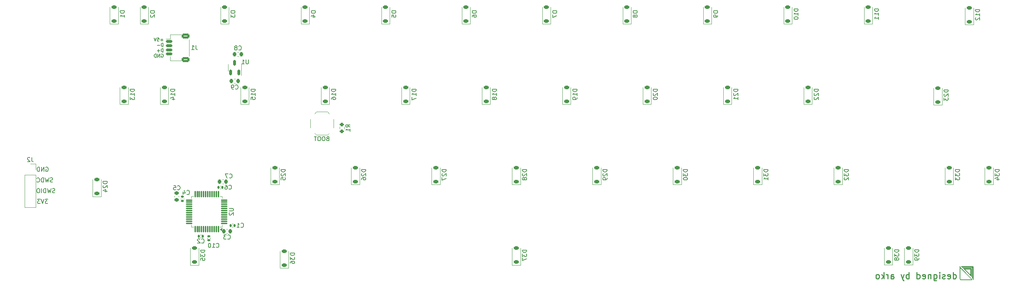
<source format=gbr>
%TF.GenerationSoftware,KiCad,Pcbnew,8.0.5*%
%TF.CreationDate,2024-09-21T22:15:35+05:30*%
%TF.ProjectId,kalam,6b616c61-6d2e-46b6-9963-61645f706362,rev?*%
%TF.SameCoordinates,Original*%
%TF.FileFunction,Legend,Bot*%
%TF.FilePolarity,Positive*%
%FSLAX46Y46*%
G04 Gerber Fmt 4.6, Leading zero omitted, Abs format (unit mm)*
G04 Created by KiCad (PCBNEW 8.0.5) date 2024-09-21 22:15:35*
%MOMM*%
%LPD*%
G01*
G04 APERTURE LIST*
G04 Aperture macros list*
%AMRoundRect*
0 Rectangle with rounded corners*
0 $1 Rounding radius*
0 $2 $3 $4 $5 $6 $7 $8 $9 X,Y pos of 4 corners*
0 Add a 4 corners polygon primitive as box body*
4,1,4,$2,$3,$4,$5,$6,$7,$8,$9,$2,$3,0*
0 Add four circle primitives for the rounded corners*
1,1,$1+$1,$2,$3*
1,1,$1+$1,$4,$5*
1,1,$1+$1,$6,$7*
1,1,$1+$1,$8,$9*
0 Add four rect primitives between the rounded corners*
20,1,$1+$1,$2,$3,$4,$5,0*
20,1,$1+$1,$4,$5,$6,$7,0*
20,1,$1+$1,$6,$7,$8,$9,0*
20,1,$1+$1,$8,$9,$2,$3,0*%
G04 Aperture macros list end*
%ADD10C,0.000000*%
%ADD11C,0.150000*%
%ADD12C,0.200000*%
%ADD13C,0.220000*%
%ADD14C,0.120000*%
%ADD15C,1.750000*%
%ADD16C,3.987800*%
%ADD17C,2.300000*%
%ADD18C,4.000000*%
%ADD19RoundRect,0.140000X0.140000X0.170000X-0.140000X0.170000X-0.140000X-0.170000X0.140000X-0.170000X0*%
%ADD20RoundRect,0.225000X0.375000X-0.225000X0.375000X0.225000X-0.375000X0.225000X-0.375000X-0.225000X0*%
%ADD21R,1.000000X0.750000*%
%ADD22RoundRect,0.225000X-0.225000X-0.250000X0.225000X-0.250000X0.225000X0.250000X-0.225000X0.250000X0*%
%ADD23RoundRect,0.200000X0.275000X-0.200000X0.275000X0.200000X-0.275000X0.200000X-0.275000X-0.200000X0*%
%ADD24RoundRect,0.140000X-0.170000X0.140000X-0.170000X-0.140000X0.170000X-0.140000X0.170000X0.140000X0*%
%ADD25RoundRect,0.140000X-0.140000X-0.170000X0.140000X-0.170000X0.140000X0.170000X-0.140000X0.170000X0*%
%ADD26RoundRect,0.225000X-0.250000X0.225000X-0.250000X-0.225000X0.250000X-0.225000X0.250000X0.225000X0*%
%ADD27RoundRect,0.150000X-0.625000X0.150000X-0.625000X-0.150000X0.625000X-0.150000X0.625000X0.150000X0*%
%ADD28RoundRect,0.250000X-0.650000X0.350000X-0.650000X-0.350000X0.650000X-0.350000X0.650000X0.350000X0*%
%ADD29RoundRect,0.225000X0.225000X0.250000X-0.225000X0.250000X-0.225000X-0.250000X0.225000X-0.250000X0*%
%ADD30RoundRect,0.075000X0.075000X-0.662500X0.075000X0.662500X-0.075000X0.662500X-0.075000X-0.662500X0*%
%ADD31RoundRect,0.075000X0.662500X-0.075000X0.662500X0.075000X-0.662500X0.075000X-0.662500X-0.075000X0*%
%ADD32R,1.700000X1.700000*%
%ADD33O,1.700000X1.700000*%
%ADD34RoundRect,0.150000X0.150000X-0.512500X0.150000X0.512500X-0.150000X0.512500X-0.150000X-0.512500X0*%
%ADD35RoundRect,0.140000X0.170000X-0.140000X0.170000X0.140000X-0.170000X0.140000X-0.170000X-0.140000X0*%
G04 APERTURE END LIST*
D10*
G36*
X238252819Y-86023184D02*
G01*
X238253759Y-86025607D01*
X238254582Y-86028073D01*
X238255284Y-86030580D01*
X238255865Y-86033122D01*
X238256322Y-86035696D01*
X238256653Y-86038296D01*
X238256857Y-86040919D01*
X238256932Y-86043561D01*
X238256957Y-86043561D01*
X238256957Y-86105211D01*
X238256856Y-86109311D01*
X238256553Y-86113383D01*
X238256051Y-86117420D01*
X238255354Y-86121417D01*
X238254464Y-86125365D01*
X238253383Y-86129258D01*
X238252116Y-86133089D01*
X238250664Y-86136852D01*
X238249030Y-86140539D01*
X238247217Y-86144145D01*
X238245228Y-86147662D01*
X238243066Y-86151083D01*
X238240733Y-86154402D01*
X238238233Y-86157611D01*
X238235568Y-86160705D01*
X238232740Y-86163676D01*
X238229769Y-86166503D01*
X238226676Y-86169168D01*
X238223466Y-86171669D01*
X238220147Y-86174001D01*
X238216726Y-86176164D01*
X238213209Y-86178153D01*
X238209604Y-86179965D01*
X238205916Y-86181599D01*
X238202153Y-86183051D01*
X238198322Y-86184319D01*
X238194429Y-86185400D01*
X238190481Y-86186290D01*
X238186485Y-86186987D01*
X238182447Y-86187489D01*
X238178375Y-86187792D01*
X238174275Y-86187893D01*
X235611124Y-86187893D01*
X235594724Y-86187487D01*
X235578436Y-86186275D01*
X235562285Y-86184269D01*
X235546301Y-86181480D01*
X235530509Y-86177919D01*
X235514936Y-86173597D01*
X235499611Y-86168527D01*
X235484560Y-86162718D01*
X235469809Y-86156182D01*
X235455387Y-86148931D01*
X235441320Y-86140975D01*
X235427635Y-86132327D01*
X235414360Y-86122996D01*
X235401522Y-86112995D01*
X235389147Y-86102334D01*
X235377263Y-86091025D01*
X235365954Y-86079141D01*
X235355293Y-86066766D01*
X235345292Y-86053928D01*
X235335961Y-86040653D01*
X235327313Y-86026968D01*
X235319357Y-86012901D01*
X235312106Y-85998479D01*
X235305570Y-85983728D01*
X235299761Y-85968677D01*
X235294691Y-85953352D01*
X235290369Y-85937779D01*
X235286808Y-85921987D01*
X235284019Y-85906003D01*
X235282013Y-85889852D01*
X235280801Y-85873564D01*
X235280395Y-85857164D01*
X235280395Y-83289323D01*
X235445760Y-83289323D01*
X235445760Y-85857164D01*
X235445963Y-85865364D01*
X235446569Y-85873508D01*
X235447572Y-85881583D01*
X235448966Y-85889575D01*
X235450747Y-85897472D01*
X235452907Y-85905258D01*
X235455443Y-85912920D01*
X235458347Y-85920446D01*
X235461615Y-85927821D01*
X235465241Y-85935032D01*
X235469218Y-85942066D01*
X235473543Y-85948908D01*
X235478208Y-85955546D01*
X235483209Y-85961965D01*
X235488539Y-85968152D01*
X235494194Y-85974094D01*
X235500136Y-85979749D01*
X235506323Y-85985079D01*
X235512742Y-85990080D01*
X235519380Y-85994745D01*
X235526222Y-85999070D01*
X235533256Y-86003047D01*
X235540467Y-86006673D01*
X235547842Y-86009941D01*
X235555368Y-86012845D01*
X235563030Y-86015381D01*
X235570816Y-86017541D01*
X235578713Y-86019322D01*
X235586705Y-86020716D01*
X235594780Y-86021719D01*
X235602924Y-86022325D01*
X235611124Y-86022528D01*
X238029930Y-86022528D01*
X235445760Y-83289323D01*
X235280395Y-83289323D01*
X235280395Y-82880601D01*
X235363077Y-82880601D01*
X235367177Y-82880703D01*
X235371249Y-82881006D01*
X235375287Y-82881508D01*
X235379283Y-82882205D01*
X235383231Y-82883095D01*
X235387124Y-82884175D01*
X235390956Y-82885443D01*
X235394718Y-82886895D01*
X235398406Y-82888529D01*
X235402012Y-82890342D01*
X235405528Y-82892331D01*
X235408949Y-82894493D01*
X235412268Y-82896826D01*
X235415478Y-82899326D01*
X235418571Y-82901991D01*
X235421542Y-82904819D01*
X235424370Y-82907790D01*
X235427035Y-82910883D01*
X235429535Y-82914093D01*
X235431868Y-82917412D01*
X235434030Y-82920833D01*
X235436019Y-82924349D01*
X235437832Y-82927955D01*
X235439466Y-82931643D01*
X235440918Y-82935406D01*
X235442186Y-82939237D01*
X235443266Y-82943130D01*
X235444156Y-82947078D01*
X235444853Y-82951074D01*
X235445355Y-82955112D01*
X235445658Y-82959184D01*
X235445760Y-82963284D01*
X235445760Y-83027905D01*
X235445845Y-83030530D01*
X235446058Y-83033136D01*
X235446396Y-83035720D01*
X235446859Y-83038276D01*
X235447444Y-83040802D01*
X235448149Y-83043292D01*
X235448972Y-83045742D01*
X235449913Y-83048148D01*
X235450969Y-83050506D01*
X235452138Y-83052812D01*
X235453418Y-83055061D01*
X235454808Y-83057248D01*
X235456306Y-83059371D01*
X235457910Y-83061424D01*
X235459619Y-83063404D01*
X235461430Y-83065306D01*
X238241248Y-86005915D01*
X238243070Y-86007828D01*
X238244789Y-86009819D01*
X238246402Y-86011886D01*
X238247908Y-86014022D01*
X238249304Y-86016225D01*
X238250589Y-86018489D01*
X238251761Y-86020810D01*
X238252527Y-86022528D01*
X238252819Y-86023184D01*
G37*
G36*
X238273357Y-82881008D02*
G01*
X238289646Y-82882220D01*
X238305796Y-82884226D01*
X238321781Y-82887015D01*
X238337573Y-82890576D01*
X238353145Y-82894897D01*
X238368470Y-82899968D01*
X238383522Y-82905777D01*
X238398272Y-82912312D01*
X238412695Y-82919564D01*
X238426762Y-82927519D01*
X238440446Y-82936168D01*
X238453721Y-82945499D01*
X238466560Y-82955500D01*
X238478934Y-82966161D01*
X238490818Y-82977470D01*
X238502127Y-82989354D01*
X238512788Y-83001728D01*
X238522789Y-83014567D01*
X238532120Y-83027842D01*
X238540769Y-83041527D01*
X238548724Y-83055593D01*
X238555976Y-83070016D01*
X238562511Y-83084766D01*
X238568320Y-83099818D01*
X238573391Y-83115143D01*
X238577712Y-83130715D01*
X238581273Y-83146507D01*
X238584062Y-83162492D01*
X238586068Y-83178642D01*
X238587280Y-83194931D01*
X238587687Y-83211331D01*
X238587687Y-86187893D01*
X238505004Y-86187893D01*
X238500904Y-86187792D01*
X238496832Y-86187489D01*
X238492795Y-86186987D01*
X238488798Y-86186290D01*
X238484850Y-86185400D01*
X238480957Y-86184319D01*
X238477126Y-86183051D01*
X238473363Y-86181599D01*
X238469675Y-86179965D01*
X238466070Y-86178153D01*
X238462553Y-86176164D01*
X238459132Y-86174001D01*
X238455813Y-86171669D01*
X238452604Y-86169168D01*
X238449510Y-86166503D01*
X238446539Y-86163676D01*
X238443712Y-86160705D01*
X238441047Y-86157611D01*
X238438546Y-86154402D01*
X238436214Y-86151083D01*
X238434051Y-86147662D01*
X238432062Y-86144145D01*
X238430250Y-86140539D01*
X238428616Y-86136852D01*
X238427164Y-86133089D01*
X238425896Y-86129258D01*
X238424816Y-86125365D01*
X238423925Y-86121417D01*
X238423228Y-86117420D01*
X238422727Y-86113383D01*
X238422424Y-86109311D01*
X238422322Y-86105211D01*
X238422322Y-85875431D01*
X238422247Y-85872845D01*
X238422049Y-85870276D01*
X238421728Y-85867728D01*
X238421287Y-85865205D01*
X238420727Y-85862712D01*
X238420049Y-85860253D01*
X238419256Y-85857831D01*
X238418349Y-85855451D01*
X238417330Y-85853117D01*
X238416200Y-85850833D01*
X238414962Y-85848603D01*
X238413616Y-85846431D01*
X238412165Y-85844321D01*
X238410609Y-85842278D01*
X238408952Y-85840304D01*
X238407194Y-85838405D01*
X238264593Y-85687549D01*
X238264812Y-85687549D01*
X238262990Y-85685636D01*
X238261271Y-85683644D01*
X238259658Y-85681578D01*
X238258152Y-85679441D01*
X238256756Y-85677239D01*
X238255471Y-85674975D01*
X238254299Y-85672653D01*
X238253241Y-85670279D01*
X238252300Y-85667857D01*
X238251478Y-85665390D01*
X238250775Y-85662883D01*
X238250195Y-85660341D01*
X238249738Y-85657767D01*
X238249407Y-85655167D01*
X238249203Y-85652544D01*
X238249128Y-85649903D01*
X238249128Y-83484208D01*
X238248814Y-83471540D01*
X238247878Y-83458957D01*
X238246328Y-83446481D01*
X238244174Y-83434133D01*
X238241423Y-83421934D01*
X238238084Y-83409904D01*
X238234167Y-83398066D01*
X238229680Y-83386438D01*
X238224631Y-83375043D01*
X238219029Y-83363902D01*
X238212883Y-83353035D01*
X238206202Y-83342464D01*
X238198994Y-83332209D01*
X238191267Y-83322291D01*
X238183031Y-83312731D01*
X238174295Y-83303550D01*
X238165114Y-83294814D01*
X238155554Y-83286578D01*
X238145636Y-83278852D01*
X238135381Y-83271644D01*
X238124809Y-83264963D01*
X238113942Y-83258817D01*
X238102801Y-83253216D01*
X238091406Y-83248167D01*
X238079778Y-83243680D01*
X238067939Y-83239763D01*
X238055909Y-83236424D01*
X238043709Y-83233674D01*
X238031361Y-83231519D01*
X238018884Y-83229970D01*
X238006301Y-83229034D01*
X237993632Y-83228720D01*
X235962963Y-83228720D01*
X235962963Y-83228655D01*
X235960323Y-83228581D01*
X235957701Y-83228377D01*
X235955102Y-83228046D01*
X235952529Y-83227590D01*
X235949988Y-83227010D01*
X235947482Y-83226308D01*
X235945017Y-83225486D01*
X235942595Y-83224546D01*
X235940222Y-83223489D01*
X235937901Y-83222318D01*
X235935638Y-83221034D01*
X235933436Y-83219639D01*
X235931300Y-83218135D01*
X235929234Y-83216523D01*
X235927242Y-83214805D01*
X235925330Y-83212984D01*
X235925317Y-83212971D01*
X235782251Y-83061624D01*
X235782251Y-83061650D01*
X235780338Y-83059827D01*
X235778346Y-83058108D01*
X235776279Y-83056495D01*
X235774143Y-83054990D01*
X235771940Y-83053594D01*
X235769676Y-83052309D01*
X235767355Y-83051136D01*
X235764981Y-83050079D01*
X235762558Y-83049138D01*
X235760092Y-83048316D01*
X235757585Y-83047613D01*
X235755043Y-83047033D01*
X235752469Y-83046576D01*
X235749869Y-83046245D01*
X235747246Y-83046041D01*
X235744604Y-83045966D01*
X235693806Y-83045966D01*
X235689706Y-83045864D01*
X235685634Y-83045561D01*
X235681597Y-83045060D01*
X235677601Y-83044363D01*
X235673653Y-83043472D01*
X235669759Y-83042392D01*
X235665928Y-83041124D01*
X235662165Y-83039672D01*
X235658478Y-83038038D01*
X235654872Y-83036226D01*
X235651355Y-83034237D01*
X235647934Y-83032074D01*
X235644615Y-83029742D01*
X235641406Y-83027241D01*
X235638312Y-83024576D01*
X235635341Y-83021749D01*
X235632514Y-83018778D01*
X235629849Y-83015684D01*
X235627348Y-83012475D01*
X235625016Y-83009156D01*
X235622854Y-83005735D01*
X235620865Y-83002218D01*
X235619052Y-82998613D01*
X235617418Y-82994925D01*
X235615966Y-82991162D01*
X235614698Y-82987331D01*
X235613618Y-82983438D01*
X235612728Y-82979490D01*
X235612030Y-82975493D01*
X235611529Y-82971456D01*
X235611226Y-82967384D01*
X235611124Y-82963284D01*
X235611124Y-82880601D01*
X238256957Y-82880601D01*
X238273357Y-82881008D01*
G37*
G36*
X238121371Y-85536046D02*
G01*
X236347441Y-83659507D01*
X236574580Y-83659507D01*
X237808781Y-84964880D01*
X237808781Y-83742190D01*
X237808679Y-83738090D01*
X237808376Y-83734018D01*
X237807874Y-83729980D01*
X237807177Y-83725984D01*
X237806287Y-83722036D01*
X237805207Y-83718143D01*
X237803939Y-83714311D01*
X237802487Y-83710549D01*
X237800853Y-83706861D01*
X237799040Y-83703255D01*
X237797051Y-83699739D01*
X237794889Y-83696318D01*
X237792556Y-83692999D01*
X237790056Y-83689789D01*
X237787391Y-83686695D01*
X237784564Y-83683724D01*
X237781593Y-83680897D01*
X237778499Y-83678232D01*
X237775289Y-83675732D01*
X237771970Y-83673399D01*
X237768549Y-83671237D01*
X237765033Y-83669248D01*
X237761427Y-83667435D01*
X237757739Y-83665801D01*
X237753977Y-83664349D01*
X237750145Y-83663081D01*
X237746252Y-83662001D01*
X237742304Y-83661111D01*
X237738308Y-83660414D01*
X237734270Y-83659912D01*
X237730198Y-83659609D01*
X237726098Y-83659507D01*
X236574580Y-83659507D01*
X236347441Y-83659507D01*
X236060968Y-83356464D01*
X237993627Y-83356464D01*
X238000201Y-83356630D01*
X238006688Y-83357124D01*
X238013081Y-83357936D01*
X238019372Y-83359060D01*
X238025552Y-83360486D01*
X238031614Y-83362208D01*
X238037550Y-83364216D01*
X238043351Y-83366503D01*
X238049009Y-83369061D01*
X238054517Y-83371883D01*
X238059867Y-83374959D01*
X238065050Y-83378281D01*
X238070058Y-83381843D01*
X238074884Y-83385635D01*
X238079519Y-83389650D01*
X238083955Y-83393880D01*
X238088185Y-83398316D01*
X238092200Y-83402952D01*
X238095992Y-83407777D01*
X238099554Y-83412786D01*
X238102877Y-83417969D01*
X238105953Y-83423318D01*
X238108774Y-83428826D01*
X238111332Y-83434485D01*
X238113619Y-83440286D01*
X238115628Y-83446221D01*
X238117349Y-83452283D01*
X238118776Y-83458463D01*
X238119899Y-83464754D01*
X238120712Y-83471147D01*
X238121205Y-83477634D01*
X238121371Y-83484208D01*
X238121371Y-83742190D01*
X238121371Y-85536046D01*
G37*
D11*
X46641295Y-29181061D02*
X46031772Y-29181061D01*
X46336533Y-29485823D02*
X46336533Y-28876299D01*
X45269867Y-28685823D02*
X45650819Y-28685823D01*
X45650819Y-28685823D02*
X45688915Y-29066775D01*
X45688915Y-29066775D02*
X45650819Y-29028680D01*
X45650819Y-29028680D02*
X45574629Y-28990585D01*
X45574629Y-28990585D02*
X45384153Y-28990585D01*
X45384153Y-28990585D02*
X45307962Y-29028680D01*
X45307962Y-29028680D02*
X45269867Y-29066775D01*
X45269867Y-29066775D02*
X45231772Y-29142966D01*
X45231772Y-29142966D02*
X45231772Y-29333442D01*
X45231772Y-29333442D02*
X45269867Y-29409632D01*
X45269867Y-29409632D02*
X45307962Y-29447728D01*
X45307962Y-29447728D02*
X45384153Y-29485823D01*
X45384153Y-29485823D02*
X45574629Y-29485823D01*
X45574629Y-29485823D02*
X45650819Y-29447728D01*
X45650819Y-29447728D02*
X45688915Y-29409632D01*
X45003200Y-28685823D02*
X44736533Y-29485823D01*
X44736533Y-29485823D02*
X44469867Y-28685823D01*
X46641295Y-30773778D02*
X46641295Y-29973778D01*
X46641295Y-29973778D02*
X46450819Y-29973778D01*
X46450819Y-29973778D02*
X46336533Y-30011873D01*
X46336533Y-30011873D02*
X46260343Y-30088063D01*
X46260343Y-30088063D02*
X46222248Y-30164254D01*
X46222248Y-30164254D02*
X46184152Y-30316635D01*
X46184152Y-30316635D02*
X46184152Y-30430921D01*
X46184152Y-30430921D02*
X46222248Y-30583302D01*
X46222248Y-30583302D02*
X46260343Y-30659492D01*
X46260343Y-30659492D02*
X46336533Y-30735683D01*
X46336533Y-30735683D02*
X46450819Y-30773778D01*
X46450819Y-30773778D02*
X46641295Y-30773778D01*
X45841295Y-30469016D02*
X45231772Y-30469016D01*
X46641295Y-32061733D02*
X46641295Y-31261733D01*
X46641295Y-31261733D02*
X46450819Y-31261733D01*
X46450819Y-31261733D02*
X46336533Y-31299828D01*
X46336533Y-31299828D02*
X46260343Y-31376018D01*
X46260343Y-31376018D02*
X46222248Y-31452209D01*
X46222248Y-31452209D02*
X46184152Y-31604590D01*
X46184152Y-31604590D02*
X46184152Y-31718876D01*
X46184152Y-31718876D02*
X46222248Y-31871257D01*
X46222248Y-31871257D02*
X46260343Y-31947447D01*
X46260343Y-31947447D02*
X46336533Y-32023638D01*
X46336533Y-32023638D02*
X46450819Y-32061733D01*
X46450819Y-32061733D02*
X46641295Y-32061733D01*
X45841295Y-31756971D02*
X45231772Y-31756971D01*
X45536533Y-32061733D02*
X45536533Y-31452209D01*
X46222248Y-32587783D02*
X46298438Y-32549688D01*
X46298438Y-32549688D02*
X46412724Y-32549688D01*
X46412724Y-32549688D02*
X46527010Y-32587783D01*
X46527010Y-32587783D02*
X46603200Y-32663973D01*
X46603200Y-32663973D02*
X46641295Y-32740164D01*
X46641295Y-32740164D02*
X46679391Y-32892545D01*
X46679391Y-32892545D02*
X46679391Y-33006831D01*
X46679391Y-33006831D02*
X46641295Y-33159212D01*
X46641295Y-33159212D02*
X46603200Y-33235402D01*
X46603200Y-33235402D02*
X46527010Y-33311593D01*
X46527010Y-33311593D02*
X46412724Y-33349688D01*
X46412724Y-33349688D02*
X46336533Y-33349688D01*
X46336533Y-33349688D02*
X46222248Y-33311593D01*
X46222248Y-33311593D02*
X46184152Y-33273497D01*
X46184152Y-33273497D02*
X46184152Y-33006831D01*
X46184152Y-33006831D02*
X46336533Y-33006831D01*
X45841295Y-33349688D02*
X45841295Y-32549688D01*
X45841295Y-32549688D02*
X45384152Y-33349688D01*
X45384152Y-33349688D02*
X45384152Y-32549688D01*
X45003200Y-33349688D02*
X45003200Y-32549688D01*
X45003200Y-32549688D02*
X44812724Y-32549688D01*
X44812724Y-32549688D02*
X44698438Y-32587783D01*
X44698438Y-32587783D02*
X44622248Y-32663973D01*
X44622248Y-32663973D02*
X44584153Y-32740164D01*
X44584153Y-32740164D02*
X44546057Y-32892545D01*
X44546057Y-32892545D02*
X44546057Y-33006831D01*
X44546057Y-33006831D02*
X44584153Y-33159212D01*
X44584153Y-33159212D02*
X44622248Y-33235402D01*
X44622248Y-33235402D02*
X44698438Y-33311593D01*
X44698438Y-33311593D02*
X44812724Y-33349688D01*
X44812724Y-33349688D02*
X45003200Y-33349688D01*
D12*
X85593836Y-52613531D02*
X85450979Y-52661150D01*
X85450979Y-52661150D02*
X85403360Y-52708769D01*
X85403360Y-52708769D02*
X85355741Y-52804007D01*
X85355741Y-52804007D02*
X85355741Y-52946864D01*
X85355741Y-52946864D02*
X85403360Y-53042102D01*
X85403360Y-53042102D02*
X85450979Y-53089722D01*
X85450979Y-53089722D02*
X85546217Y-53137341D01*
X85546217Y-53137341D02*
X85927169Y-53137341D01*
X85927169Y-53137341D02*
X85927169Y-52137341D01*
X85927169Y-52137341D02*
X85593836Y-52137341D01*
X85593836Y-52137341D02*
X85498598Y-52184960D01*
X85498598Y-52184960D02*
X85450979Y-52232579D01*
X85450979Y-52232579D02*
X85403360Y-52327817D01*
X85403360Y-52327817D02*
X85403360Y-52423055D01*
X85403360Y-52423055D02*
X85450979Y-52518293D01*
X85450979Y-52518293D02*
X85498598Y-52565912D01*
X85498598Y-52565912D02*
X85593836Y-52613531D01*
X85593836Y-52613531D02*
X85927169Y-52613531D01*
X84736693Y-52137341D02*
X84546217Y-52137341D01*
X84546217Y-52137341D02*
X84450979Y-52184960D01*
X84450979Y-52184960D02*
X84355741Y-52280198D01*
X84355741Y-52280198D02*
X84308122Y-52470674D01*
X84308122Y-52470674D02*
X84308122Y-52804007D01*
X84308122Y-52804007D02*
X84355741Y-52994483D01*
X84355741Y-52994483D02*
X84450979Y-53089722D01*
X84450979Y-53089722D02*
X84546217Y-53137341D01*
X84546217Y-53137341D02*
X84736693Y-53137341D01*
X84736693Y-53137341D02*
X84831931Y-53089722D01*
X84831931Y-53089722D02*
X84927169Y-52994483D01*
X84927169Y-52994483D02*
X84974788Y-52804007D01*
X84974788Y-52804007D02*
X84974788Y-52470674D01*
X84974788Y-52470674D02*
X84927169Y-52280198D01*
X84927169Y-52280198D02*
X84831931Y-52184960D01*
X84831931Y-52184960D02*
X84736693Y-52137341D01*
X83689074Y-52137341D02*
X83498598Y-52137341D01*
X83498598Y-52137341D02*
X83403360Y-52184960D01*
X83403360Y-52184960D02*
X83308122Y-52280198D01*
X83308122Y-52280198D02*
X83260503Y-52470674D01*
X83260503Y-52470674D02*
X83260503Y-52804007D01*
X83260503Y-52804007D02*
X83308122Y-52994483D01*
X83308122Y-52994483D02*
X83403360Y-53089722D01*
X83403360Y-53089722D02*
X83498598Y-53137341D01*
X83498598Y-53137341D02*
X83689074Y-53137341D01*
X83689074Y-53137341D02*
X83784312Y-53089722D01*
X83784312Y-53089722D02*
X83879550Y-52994483D01*
X83879550Y-52994483D02*
X83927169Y-52804007D01*
X83927169Y-52804007D02*
X83927169Y-52470674D01*
X83927169Y-52470674D02*
X83879550Y-52280198D01*
X83879550Y-52280198D02*
X83784312Y-52184960D01*
X83784312Y-52184960D02*
X83689074Y-52137341D01*
X82974788Y-52137341D02*
X82403360Y-52137341D01*
X82689074Y-53137341D02*
X82689074Y-52137341D01*
D11*
X20999502Y-65435160D02*
X20856645Y-65482779D01*
X20856645Y-65482779D02*
X20618550Y-65482779D01*
X20618550Y-65482779D02*
X20523312Y-65435160D01*
X20523312Y-65435160D02*
X20475693Y-65387540D01*
X20475693Y-65387540D02*
X20428074Y-65292302D01*
X20428074Y-65292302D02*
X20428074Y-65197064D01*
X20428074Y-65197064D02*
X20475693Y-65101826D01*
X20475693Y-65101826D02*
X20523312Y-65054207D01*
X20523312Y-65054207D02*
X20618550Y-65006588D01*
X20618550Y-65006588D02*
X20809026Y-64958969D01*
X20809026Y-64958969D02*
X20904264Y-64911350D01*
X20904264Y-64911350D02*
X20951883Y-64863731D01*
X20951883Y-64863731D02*
X20999502Y-64768493D01*
X20999502Y-64768493D02*
X20999502Y-64673255D01*
X20999502Y-64673255D02*
X20951883Y-64578017D01*
X20951883Y-64578017D02*
X20904264Y-64530398D01*
X20904264Y-64530398D02*
X20809026Y-64482779D01*
X20809026Y-64482779D02*
X20570931Y-64482779D01*
X20570931Y-64482779D02*
X20428074Y-64530398D01*
X20094740Y-64482779D02*
X19856645Y-65482779D01*
X19856645Y-65482779D02*
X19666169Y-64768493D01*
X19666169Y-64768493D02*
X19475693Y-65482779D01*
X19475693Y-65482779D02*
X19237598Y-64482779D01*
X18856645Y-65482779D02*
X18856645Y-64482779D01*
X18856645Y-64482779D02*
X18618550Y-64482779D01*
X18618550Y-64482779D02*
X18475693Y-64530398D01*
X18475693Y-64530398D02*
X18380455Y-64625636D01*
X18380455Y-64625636D02*
X18332836Y-64720874D01*
X18332836Y-64720874D02*
X18285217Y-64911350D01*
X18285217Y-64911350D02*
X18285217Y-65054207D01*
X18285217Y-65054207D02*
X18332836Y-65244683D01*
X18332836Y-65244683D02*
X18380455Y-65339921D01*
X18380455Y-65339921D02*
X18475693Y-65435160D01*
X18475693Y-65435160D02*
X18618550Y-65482779D01*
X18618550Y-65482779D02*
X18856645Y-65482779D01*
X17856645Y-65482779D02*
X17856645Y-64482779D01*
X17189979Y-64482779D02*
X16999503Y-64482779D01*
X16999503Y-64482779D02*
X16904265Y-64530398D01*
X16904265Y-64530398D02*
X16809027Y-64625636D01*
X16809027Y-64625636D02*
X16761408Y-64816112D01*
X16761408Y-64816112D02*
X16761408Y-65149445D01*
X16761408Y-65149445D02*
X16809027Y-65339921D01*
X16809027Y-65339921D02*
X16904265Y-65435160D01*
X16904265Y-65435160D02*
X16999503Y-65482779D01*
X16999503Y-65482779D02*
X17189979Y-65482779D01*
X17189979Y-65482779D02*
X17285217Y-65435160D01*
X17285217Y-65435160D02*
X17380455Y-65339921D01*
X17380455Y-65339921D02*
X17428074Y-65149445D01*
X17428074Y-65149445D02*
X17428074Y-64816112D01*
X17428074Y-64816112D02*
X17380455Y-64625636D01*
X17380455Y-64625636D02*
X17285217Y-64530398D01*
X17285217Y-64530398D02*
X17189979Y-64482779D01*
X20483598Y-62895160D02*
X20340741Y-62942779D01*
X20340741Y-62942779D02*
X20102646Y-62942779D01*
X20102646Y-62942779D02*
X20007408Y-62895160D01*
X20007408Y-62895160D02*
X19959789Y-62847540D01*
X19959789Y-62847540D02*
X19912170Y-62752302D01*
X19912170Y-62752302D02*
X19912170Y-62657064D01*
X19912170Y-62657064D02*
X19959789Y-62561826D01*
X19959789Y-62561826D02*
X20007408Y-62514207D01*
X20007408Y-62514207D02*
X20102646Y-62466588D01*
X20102646Y-62466588D02*
X20293122Y-62418969D01*
X20293122Y-62418969D02*
X20388360Y-62371350D01*
X20388360Y-62371350D02*
X20435979Y-62323731D01*
X20435979Y-62323731D02*
X20483598Y-62228493D01*
X20483598Y-62228493D02*
X20483598Y-62133255D01*
X20483598Y-62133255D02*
X20435979Y-62038017D01*
X20435979Y-62038017D02*
X20388360Y-61990398D01*
X20388360Y-61990398D02*
X20293122Y-61942779D01*
X20293122Y-61942779D02*
X20055027Y-61942779D01*
X20055027Y-61942779D02*
X19912170Y-61990398D01*
X19578836Y-61942779D02*
X19340741Y-62942779D01*
X19340741Y-62942779D02*
X19150265Y-62228493D01*
X19150265Y-62228493D02*
X18959789Y-62942779D01*
X18959789Y-62942779D02*
X18721694Y-61942779D01*
X18340741Y-62942779D02*
X18340741Y-61942779D01*
X18340741Y-61942779D02*
X18102646Y-61942779D01*
X18102646Y-61942779D02*
X17959789Y-61990398D01*
X17959789Y-61990398D02*
X17864551Y-62085636D01*
X17864551Y-62085636D02*
X17816932Y-62180874D01*
X17816932Y-62180874D02*
X17769313Y-62371350D01*
X17769313Y-62371350D02*
X17769313Y-62514207D01*
X17769313Y-62514207D02*
X17816932Y-62704683D01*
X17816932Y-62704683D02*
X17864551Y-62799921D01*
X17864551Y-62799921D02*
X17959789Y-62895160D01*
X17959789Y-62895160D02*
X18102646Y-62942779D01*
X18102646Y-62942779D02*
X18340741Y-62942779D01*
X16769313Y-62847540D02*
X16816932Y-62895160D01*
X16816932Y-62895160D02*
X16959789Y-62942779D01*
X16959789Y-62942779D02*
X17055027Y-62942779D01*
X17055027Y-62942779D02*
X17197884Y-62895160D01*
X17197884Y-62895160D02*
X17293122Y-62799921D01*
X17293122Y-62799921D02*
X17340741Y-62704683D01*
X17340741Y-62704683D02*
X17388360Y-62514207D01*
X17388360Y-62514207D02*
X17388360Y-62371350D01*
X17388360Y-62371350D02*
X17340741Y-62180874D01*
X17340741Y-62180874D02*
X17293122Y-62085636D01*
X17293122Y-62085636D02*
X17197884Y-61990398D01*
X17197884Y-61990398D02*
X17055027Y-61942779D01*
X17055027Y-61942779D02*
X16959789Y-61942779D01*
X16959789Y-61942779D02*
X16816932Y-61990398D01*
X16816932Y-61990398D02*
X16769313Y-62038017D01*
X18880360Y-59450398D02*
X18975598Y-59402779D01*
X18975598Y-59402779D02*
X19118455Y-59402779D01*
X19118455Y-59402779D02*
X19261312Y-59450398D01*
X19261312Y-59450398D02*
X19356550Y-59545636D01*
X19356550Y-59545636D02*
X19404169Y-59640874D01*
X19404169Y-59640874D02*
X19451788Y-59831350D01*
X19451788Y-59831350D02*
X19451788Y-59974207D01*
X19451788Y-59974207D02*
X19404169Y-60164683D01*
X19404169Y-60164683D02*
X19356550Y-60259921D01*
X19356550Y-60259921D02*
X19261312Y-60355160D01*
X19261312Y-60355160D02*
X19118455Y-60402779D01*
X19118455Y-60402779D02*
X19023217Y-60402779D01*
X19023217Y-60402779D02*
X18880360Y-60355160D01*
X18880360Y-60355160D02*
X18832741Y-60307540D01*
X18832741Y-60307540D02*
X18832741Y-59974207D01*
X18832741Y-59974207D02*
X19023217Y-59974207D01*
X18404169Y-60402779D02*
X18404169Y-59402779D01*
X18404169Y-59402779D02*
X17832741Y-60402779D01*
X17832741Y-60402779D02*
X17832741Y-59402779D01*
X17356550Y-60402779D02*
X17356550Y-59402779D01*
X17356550Y-59402779D02*
X17118455Y-59402779D01*
X17118455Y-59402779D02*
X16975598Y-59450398D01*
X16975598Y-59450398D02*
X16880360Y-59545636D01*
X16880360Y-59545636D02*
X16832741Y-59640874D01*
X16832741Y-59640874D02*
X16785122Y-59831350D01*
X16785122Y-59831350D02*
X16785122Y-59974207D01*
X16785122Y-59974207D02*
X16832741Y-60164683D01*
X16832741Y-60164683D02*
X16880360Y-60259921D01*
X16880360Y-60259921D02*
X16975598Y-60355160D01*
X16975598Y-60355160D02*
X17118455Y-60402779D01*
X17118455Y-60402779D02*
X17356550Y-60402779D01*
X19356550Y-67022779D02*
X18737503Y-67022779D01*
X18737503Y-67022779D02*
X19070836Y-67403731D01*
X19070836Y-67403731D02*
X18927979Y-67403731D01*
X18927979Y-67403731D02*
X18832741Y-67451350D01*
X18832741Y-67451350D02*
X18785122Y-67498969D01*
X18785122Y-67498969D02*
X18737503Y-67594207D01*
X18737503Y-67594207D02*
X18737503Y-67832302D01*
X18737503Y-67832302D02*
X18785122Y-67927540D01*
X18785122Y-67927540D02*
X18832741Y-67975160D01*
X18832741Y-67975160D02*
X18927979Y-68022779D01*
X18927979Y-68022779D02*
X19213693Y-68022779D01*
X19213693Y-68022779D02*
X19308931Y-67975160D01*
X19308931Y-67975160D02*
X19356550Y-67927540D01*
X18451788Y-67022779D02*
X18118455Y-68022779D01*
X18118455Y-68022779D02*
X17785122Y-67022779D01*
X17547026Y-67022779D02*
X16927979Y-67022779D01*
X16927979Y-67022779D02*
X17261312Y-67403731D01*
X17261312Y-67403731D02*
X17118455Y-67403731D01*
X17118455Y-67403731D02*
X17023217Y-67451350D01*
X17023217Y-67451350D02*
X16975598Y-67498969D01*
X16975598Y-67498969D02*
X16927979Y-67594207D01*
X16927979Y-67594207D02*
X16927979Y-67832302D01*
X16927979Y-67832302D02*
X16975598Y-67927540D01*
X16975598Y-67927540D02*
X17023217Y-67975160D01*
X17023217Y-67975160D02*
X17118455Y-68022779D01*
X17118455Y-68022779D02*
X17404169Y-68022779D01*
X17404169Y-68022779D02*
X17499407Y-67975160D01*
X17499407Y-67975160D02*
X17547026Y-67927540D01*
D13*
X233705858Y-85827582D02*
X233705858Y-84327582D01*
X233705858Y-85756154D02*
X233848715Y-85827582D01*
X233848715Y-85827582D02*
X234134429Y-85827582D01*
X234134429Y-85827582D02*
X234277286Y-85756154D01*
X234277286Y-85756154D02*
X234348715Y-85684725D01*
X234348715Y-85684725D02*
X234420143Y-85541868D01*
X234420143Y-85541868D02*
X234420143Y-85113296D01*
X234420143Y-85113296D02*
X234348715Y-84970439D01*
X234348715Y-84970439D02*
X234277286Y-84899011D01*
X234277286Y-84899011D02*
X234134429Y-84827582D01*
X234134429Y-84827582D02*
X233848715Y-84827582D01*
X233848715Y-84827582D02*
X233705858Y-84899011D01*
X232420143Y-85756154D02*
X232563000Y-85827582D01*
X232563000Y-85827582D02*
X232848715Y-85827582D01*
X232848715Y-85827582D02*
X232991572Y-85756154D01*
X232991572Y-85756154D02*
X233063000Y-85613296D01*
X233063000Y-85613296D02*
X233063000Y-85041868D01*
X233063000Y-85041868D02*
X232991572Y-84899011D01*
X232991572Y-84899011D02*
X232848715Y-84827582D01*
X232848715Y-84827582D02*
X232563000Y-84827582D01*
X232563000Y-84827582D02*
X232420143Y-84899011D01*
X232420143Y-84899011D02*
X232348715Y-85041868D01*
X232348715Y-85041868D02*
X232348715Y-85184725D01*
X232348715Y-85184725D02*
X233063000Y-85327582D01*
X231777286Y-85756154D02*
X231634429Y-85827582D01*
X231634429Y-85827582D02*
X231348715Y-85827582D01*
X231348715Y-85827582D02*
X231205858Y-85756154D01*
X231205858Y-85756154D02*
X231134429Y-85613296D01*
X231134429Y-85613296D02*
X231134429Y-85541868D01*
X231134429Y-85541868D02*
X231205858Y-85399011D01*
X231205858Y-85399011D02*
X231348715Y-85327582D01*
X231348715Y-85327582D02*
X231563001Y-85327582D01*
X231563001Y-85327582D02*
X231705858Y-85256154D01*
X231705858Y-85256154D02*
X231777286Y-85113296D01*
X231777286Y-85113296D02*
X231777286Y-85041868D01*
X231777286Y-85041868D02*
X231705858Y-84899011D01*
X231705858Y-84899011D02*
X231563001Y-84827582D01*
X231563001Y-84827582D02*
X231348715Y-84827582D01*
X231348715Y-84827582D02*
X231205858Y-84899011D01*
X230491572Y-85827582D02*
X230491572Y-84827582D01*
X230491572Y-84327582D02*
X230563000Y-84399011D01*
X230563000Y-84399011D02*
X230491572Y-84470439D01*
X230491572Y-84470439D02*
X230420143Y-84399011D01*
X230420143Y-84399011D02*
X230491572Y-84327582D01*
X230491572Y-84327582D02*
X230491572Y-84470439D01*
X229134429Y-84827582D02*
X229134429Y-86041868D01*
X229134429Y-86041868D02*
X229205857Y-86184725D01*
X229205857Y-86184725D02*
X229277286Y-86256154D01*
X229277286Y-86256154D02*
X229420143Y-86327582D01*
X229420143Y-86327582D02*
X229634429Y-86327582D01*
X229634429Y-86327582D02*
X229777286Y-86256154D01*
X229134429Y-85756154D02*
X229277286Y-85827582D01*
X229277286Y-85827582D02*
X229563000Y-85827582D01*
X229563000Y-85827582D02*
X229705857Y-85756154D01*
X229705857Y-85756154D02*
X229777286Y-85684725D01*
X229777286Y-85684725D02*
X229848714Y-85541868D01*
X229848714Y-85541868D02*
X229848714Y-85113296D01*
X229848714Y-85113296D02*
X229777286Y-84970439D01*
X229777286Y-84970439D02*
X229705857Y-84899011D01*
X229705857Y-84899011D02*
X229563000Y-84827582D01*
X229563000Y-84827582D02*
X229277286Y-84827582D01*
X229277286Y-84827582D02*
X229134429Y-84899011D01*
X228420143Y-84827582D02*
X228420143Y-85827582D01*
X228420143Y-84970439D02*
X228348714Y-84899011D01*
X228348714Y-84899011D02*
X228205857Y-84827582D01*
X228205857Y-84827582D02*
X227991571Y-84827582D01*
X227991571Y-84827582D02*
X227848714Y-84899011D01*
X227848714Y-84899011D02*
X227777286Y-85041868D01*
X227777286Y-85041868D02*
X227777286Y-85827582D01*
X226491571Y-85756154D02*
X226634428Y-85827582D01*
X226634428Y-85827582D02*
X226920143Y-85827582D01*
X226920143Y-85827582D02*
X227063000Y-85756154D01*
X227063000Y-85756154D02*
X227134428Y-85613296D01*
X227134428Y-85613296D02*
X227134428Y-85041868D01*
X227134428Y-85041868D02*
X227063000Y-84899011D01*
X227063000Y-84899011D02*
X226920143Y-84827582D01*
X226920143Y-84827582D02*
X226634428Y-84827582D01*
X226634428Y-84827582D02*
X226491571Y-84899011D01*
X226491571Y-84899011D02*
X226420143Y-85041868D01*
X226420143Y-85041868D02*
X226420143Y-85184725D01*
X226420143Y-85184725D02*
X227134428Y-85327582D01*
X225134429Y-85827582D02*
X225134429Y-84327582D01*
X225134429Y-85756154D02*
X225277286Y-85827582D01*
X225277286Y-85827582D02*
X225563000Y-85827582D01*
X225563000Y-85827582D02*
X225705857Y-85756154D01*
X225705857Y-85756154D02*
X225777286Y-85684725D01*
X225777286Y-85684725D02*
X225848714Y-85541868D01*
X225848714Y-85541868D02*
X225848714Y-85113296D01*
X225848714Y-85113296D02*
X225777286Y-84970439D01*
X225777286Y-84970439D02*
X225705857Y-84899011D01*
X225705857Y-84899011D02*
X225563000Y-84827582D01*
X225563000Y-84827582D02*
X225277286Y-84827582D01*
X225277286Y-84827582D02*
X225134429Y-84899011D01*
X223277286Y-85827582D02*
X223277286Y-84327582D01*
X223277286Y-84899011D02*
X223134429Y-84827582D01*
X223134429Y-84827582D02*
X222848714Y-84827582D01*
X222848714Y-84827582D02*
X222705857Y-84899011D01*
X222705857Y-84899011D02*
X222634429Y-84970439D01*
X222634429Y-84970439D02*
X222563000Y-85113296D01*
X222563000Y-85113296D02*
X222563000Y-85541868D01*
X222563000Y-85541868D02*
X222634429Y-85684725D01*
X222634429Y-85684725D02*
X222705857Y-85756154D01*
X222705857Y-85756154D02*
X222848714Y-85827582D01*
X222848714Y-85827582D02*
X223134429Y-85827582D01*
X223134429Y-85827582D02*
X223277286Y-85756154D01*
X222063000Y-84827582D02*
X221705857Y-85827582D01*
X221348714Y-84827582D02*
X221705857Y-85827582D01*
X221705857Y-85827582D02*
X221848714Y-86184725D01*
X221848714Y-86184725D02*
X221920143Y-86256154D01*
X221920143Y-86256154D02*
X222063000Y-86327582D01*
X218991572Y-85827582D02*
X218991572Y-85041868D01*
X218991572Y-85041868D02*
X219063000Y-84899011D01*
X219063000Y-84899011D02*
X219205857Y-84827582D01*
X219205857Y-84827582D02*
X219491572Y-84827582D01*
X219491572Y-84827582D02*
X219634429Y-84899011D01*
X218991572Y-85756154D02*
X219134429Y-85827582D01*
X219134429Y-85827582D02*
X219491572Y-85827582D01*
X219491572Y-85827582D02*
X219634429Y-85756154D01*
X219634429Y-85756154D02*
X219705857Y-85613296D01*
X219705857Y-85613296D02*
X219705857Y-85470439D01*
X219705857Y-85470439D02*
X219634429Y-85327582D01*
X219634429Y-85327582D02*
X219491572Y-85256154D01*
X219491572Y-85256154D02*
X219134429Y-85256154D01*
X219134429Y-85256154D02*
X218991572Y-85184725D01*
X218277286Y-85827582D02*
X218277286Y-84827582D01*
X218277286Y-85113296D02*
X218205857Y-84970439D01*
X218205857Y-84970439D02*
X218134429Y-84899011D01*
X218134429Y-84899011D02*
X217991571Y-84827582D01*
X217991571Y-84827582D02*
X217848714Y-84827582D01*
X217348715Y-85827582D02*
X217348715Y-84327582D01*
X217205858Y-85256154D02*
X216777286Y-85827582D01*
X216777286Y-84827582D02*
X217348715Y-85399011D01*
X215920143Y-85827582D02*
X216063000Y-85756154D01*
X216063000Y-85756154D02*
X216134429Y-85684725D01*
X216134429Y-85684725D02*
X216205857Y-85541868D01*
X216205857Y-85541868D02*
X216205857Y-85113296D01*
X216205857Y-85113296D02*
X216134429Y-84970439D01*
X216134429Y-84970439D02*
X216063000Y-84899011D01*
X216063000Y-84899011D02*
X215920143Y-84827582D01*
X215920143Y-84827582D02*
X215705857Y-84827582D01*
X215705857Y-84827582D02*
X215563000Y-84899011D01*
X215563000Y-84899011D02*
X215491572Y-84970439D01*
X215491572Y-84970439D02*
X215420143Y-85113296D01*
X215420143Y-85113296D02*
X215420143Y-85541868D01*
X215420143Y-85541868D02*
X215491572Y-85684725D01*
X215491572Y-85684725D02*
X215563000Y-85756154D01*
X215563000Y-85756154D02*
X215705857Y-85827582D01*
X215705857Y-85827582D02*
X215920143Y-85827582D01*
D11*
X62203372Y-64558750D02*
X62250991Y-64606370D01*
X62250991Y-64606370D02*
X62393848Y-64653989D01*
X62393848Y-64653989D02*
X62489086Y-64653989D01*
X62489086Y-64653989D02*
X62631943Y-64606370D01*
X62631943Y-64606370D02*
X62727181Y-64511131D01*
X62727181Y-64511131D02*
X62774800Y-64415893D01*
X62774800Y-64415893D02*
X62822419Y-64225417D01*
X62822419Y-64225417D02*
X62822419Y-64082560D01*
X62822419Y-64082560D02*
X62774800Y-63892084D01*
X62774800Y-63892084D02*
X62727181Y-63796846D01*
X62727181Y-63796846D02*
X62631943Y-63701608D01*
X62631943Y-63701608D02*
X62489086Y-63653989D01*
X62489086Y-63653989D02*
X62393848Y-63653989D01*
X62393848Y-63653989D02*
X62250991Y-63701608D01*
X62250991Y-63701608D02*
X62203372Y-63749227D01*
X61346229Y-63653989D02*
X61536705Y-63653989D01*
X61536705Y-63653989D02*
X61631943Y-63701608D01*
X61631943Y-63701608D02*
X61679562Y-63749227D01*
X61679562Y-63749227D02*
X61774800Y-63892084D01*
X61774800Y-63892084D02*
X61822419Y-64082560D01*
X61822419Y-64082560D02*
X61822419Y-64463512D01*
X61822419Y-64463512D02*
X61774800Y-64558750D01*
X61774800Y-64558750D02*
X61727181Y-64606370D01*
X61727181Y-64606370D02*
X61631943Y-64653989D01*
X61631943Y-64653989D02*
X61441467Y-64653989D01*
X61441467Y-64653989D02*
X61346229Y-64606370D01*
X61346229Y-64606370D02*
X61298610Y-64558750D01*
X61298610Y-64558750D02*
X61250991Y-64463512D01*
X61250991Y-64463512D02*
X61250991Y-64225417D01*
X61250991Y-64225417D02*
X61298610Y-64130179D01*
X61298610Y-64130179D02*
X61346229Y-64082560D01*
X61346229Y-64082560D02*
X61441467Y-64034941D01*
X61441467Y-64034941D02*
X61631943Y-64034941D01*
X61631943Y-64034941D02*
X61727181Y-64082560D01*
X61727181Y-64082560D02*
X61774800Y-64130179D01*
X61774800Y-64130179D02*
X61822419Y-64225417D01*
X101772775Y-22317365D02*
X100772775Y-22317365D01*
X100772775Y-22317365D02*
X100772775Y-22555460D01*
X100772775Y-22555460D02*
X100820394Y-22698317D01*
X100820394Y-22698317D02*
X100915632Y-22793555D01*
X100915632Y-22793555D02*
X101010870Y-22841174D01*
X101010870Y-22841174D02*
X101201346Y-22888793D01*
X101201346Y-22888793D02*
X101344203Y-22888793D01*
X101344203Y-22888793D02*
X101534679Y-22841174D01*
X101534679Y-22841174D02*
X101629917Y-22793555D01*
X101629917Y-22793555D02*
X101725156Y-22698317D01*
X101725156Y-22698317D02*
X101772775Y-22555460D01*
X101772775Y-22555460D02*
X101772775Y-22317365D01*
X100772775Y-23793555D02*
X100772775Y-23317365D01*
X100772775Y-23317365D02*
X101248965Y-23269746D01*
X101248965Y-23269746D02*
X101201346Y-23317365D01*
X101201346Y-23317365D02*
X101153727Y-23412603D01*
X101153727Y-23412603D02*
X101153727Y-23650698D01*
X101153727Y-23650698D02*
X101201346Y-23745936D01*
X101201346Y-23745936D02*
X101248965Y-23793555D01*
X101248965Y-23793555D02*
X101344203Y-23841174D01*
X101344203Y-23841174D02*
X101582298Y-23841174D01*
X101582298Y-23841174D02*
X101677536Y-23793555D01*
X101677536Y-23793555D02*
X101725156Y-23745936D01*
X101725156Y-23745936D02*
X101772775Y-23650698D01*
X101772775Y-23650698D02*
X101772775Y-23412603D01*
X101772775Y-23412603D02*
X101725156Y-23317365D01*
X101725156Y-23317365D02*
X101677536Y-23269746D01*
X82722775Y-22317365D02*
X81722775Y-22317365D01*
X81722775Y-22317365D02*
X81722775Y-22555460D01*
X81722775Y-22555460D02*
X81770394Y-22698317D01*
X81770394Y-22698317D02*
X81865632Y-22793555D01*
X81865632Y-22793555D02*
X81960870Y-22841174D01*
X81960870Y-22841174D02*
X82151346Y-22888793D01*
X82151346Y-22888793D02*
X82294203Y-22888793D01*
X82294203Y-22888793D02*
X82484679Y-22841174D01*
X82484679Y-22841174D02*
X82579917Y-22793555D01*
X82579917Y-22793555D02*
X82675156Y-22698317D01*
X82675156Y-22698317D02*
X82722775Y-22555460D01*
X82722775Y-22555460D02*
X82722775Y-22317365D01*
X82056108Y-23745936D02*
X82722775Y-23745936D01*
X81675156Y-23507841D02*
X82389441Y-23269746D01*
X82389441Y-23269746D02*
X82389441Y-23888793D01*
X125585275Y-40891174D02*
X124585275Y-40891174D01*
X124585275Y-40891174D02*
X124585275Y-41129269D01*
X124585275Y-41129269D02*
X124632894Y-41272126D01*
X124632894Y-41272126D02*
X124728132Y-41367364D01*
X124728132Y-41367364D02*
X124823370Y-41414983D01*
X124823370Y-41414983D02*
X125013846Y-41462602D01*
X125013846Y-41462602D02*
X125156703Y-41462602D01*
X125156703Y-41462602D02*
X125347179Y-41414983D01*
X125347179Y-41414983D02*
X125442417Y-41367364D01*
X125442417Y-41367364D02*
X125537656Y-41272126D01*
X125537656Y-41272126D02*
X125585275Y-41129269D01*
X125585275Y-41129269D02*
X125585275Y-40891174D01*
X125585275Y-42414983D02*
X125585275Y-41843555D01*
X125585275Y-42129269D02*
X124585275Y-42129269D01*
X124585275Y-42129269D02*
X124728132Y-42034031D01*
X124728132Y-42034031D02*
X124823370Y-41938793D01*
X124823370Y-41938793D02*
X124870989Y-41843555D01*
X125013846Y-42986412D02*
X124966227Y-42891174D01*
X124966227Y-42891174D02*
X124918608Y-42843555D01*
X124918608Y-42843555D02*
X124823370Y-42795936D01*
X124823370Y-42795936D02*
X124775751Y-42795936D01*
X124775751Y-42795936D02*
X124680513Y-42843555D01*
X124680513Y-42843555D02*
X124632894Y-42891174D01*
X124632894Y-42891174D02*
X124585275Y-42986412D01*
X124585275Y-42986412D02*
X124585275Y-43176888D01*
X124585275Y-43176888D02*
X124632894Y-43272126D01*
X124632894Y-43272126D02*
X124680513Y-43319745D01*
X124680513Y-43319745D02*
X124775751Y-43367364D01*
X124775751Y-43367364D02*
X124823370Y-43367364D01*
X124823370Y-43367364D02*
X124918608Y-43319745D01*
X124918608Y-43319745D02*
X124966227Y-43272126D01*
X124966227Y-43272126D02*
X125013846Y-43176888D01*
X125013846Y-43176888D02*
X125013846Y-42986412D01*
X125013846Y-42986412D02*
X125061465Y-42891174D01*
X125061465Y-42891174D02*
X125109084Y-42843555D01*
X125109084Y-42843555D02*
X125204322Y-42795936D01*
X125204322Y-42795936D02*
X125394798Y-42795936D01*
X125394798Y-42795936D02*
X125490036Y-42843555D01*
X125490036Y-42843555D02*
X125537656Y-42891174D01*
X125537656Y-42891174D02*
X125585275Y-42986412D01*
X125585275Y-42986412D02*
X125585275Y-43176888D01*
X125585275Y-43176888D02*
X125537656Y-43272126D01*
X125537656Y-43272126D02*
X125490036Y-43319745D01*
X125490036Y-43319745D02*
X125394798Y-43367364D01*
X125394798Y-43367364D02*
X125204322Y-43367364D01*
X125204322Y-43367364D02*
X125109084Y-43319745D01*
X125109084Y-43319745D02*
X125061465Y-43272126D01*
X125061465Y-43272126D02*
X125013846Y-43176888D01*
X63765872Y-40782540D02*
X63813491Y-40830160D01*
X63813491Y-40830160D02*
X63956348Y-40877779D01*
X63956348Y-40877779D02*
X64051586Y-40877779D01*
X64051586Y-40877779D02*
X64194443Y-40830160D01*
X64194443Y-40830160D02*
X64289681Y-40734921D01*
X64289681Y-40734921D02*
X64337300Y-40639683D01*
X64337300Y-40639683D02*
X64384919Y-40449207D01*
X64384919Y-40449207D02*
X64384919Y-40306350D01*
X64384919Y-40306350D02*
X64337300Y-40115874D01*
X64337300Y-40115874D02*
X64289681Y-40020636D01*
X64289681Y-40020636D02*
X64194443Y-39925398D01*
X64194443Y-39925398D02*
X64051586Y-39877779D01*
X64051586Y-39877779D02*
X63956348Y-39877779D01*
X63956348Y-39877779D02*
X63813491Y-39925398D01*
X63813491Y-39925398D02*
X63765872Y-39973017D01*
X63289681Y-40877779D02*
X63099205Y-40877779D01*
X63099205Y-40877779D02*
X63003967Y-40830160D01*
X63003967Y-40830160D02*
X62956348Y-40782540D01*
X62956348Y-40782540D02*
X62861110Y-40639683D01*
X62861110Y-40639683D02*
X62813491Y-40449207D01*
X62813491Y-40449207D02*
X62813491Y-40068255D01*
X62813491Y-40068255D02*
X62861110Y-39973017D01*
X62861110Y-39973017D02*
X62908729Y-39925398D01*
X62908729Y-39925398D02*
X63003967Y-39877779D01*
X63003967Y-39877779D02*
X63194443Y-39877779D01*
X63194443Y-39877779D02*
X63289681Y-39925398D01*
X63289681Y-39925398D02*
X63337300Y-39973017D01*
X63337300Y-39973017D02*
X63384919Y-40068255D01*
X63384919Y-40068255D02*
X63384919Y-40306350D01*
X63384919Y-40306350D02*
X63337300Y-40401588D01*
X63337300Y-40401588D02*
X63289681Y-40449207D01*
X63289681Y-40449207D02*
X63194443Y-40496826D01*
X63194443Y-40496826D02*
X63003967Y-40496826D01*
X63003967Y-40496826D02*
X62908729Y-40449207D01*
X62908729Y-40449207D02*
X62861110Y-40401588D01*
X62861110Y-40401588D02*
X62813491Y-40306350D01*
X90884077Y-49907543D02*
X90407886Y-49574210D01*
X90884077Y-49336115D02*
X89884077Y-49336115D01*
X89884077Y-49336115D02*
X89884077Y-49717067D01*
X89884077Y-49717067D02*
X89931696Y-49812305D01*
X89931696Y-49812305D02*
X89979315Y-49859924D01*
X89979315Y-49859924D02*
X90074553Y-49907543D01*
X90074553Y-49907543D02*
X90217410Y-49907543D01*
X90217410Y-49907543D02*
X90312648Y-49859924D01*
X90312648Y-49859924D02*
X90360267Y-49812305D01*
X90360267Y-49812305D02*
X90407886Y-49717067D01*
X90407886Y-49717067D02*
X90407886Y-49336115D01*
X90884077Y-50859924D02*
X90884077Y-50288496D01*
X90884077Y-50574210D02*
X89884077Y-50574210D01*
X89884077Y-50574210D02*
X90026934Y-50478972D01*
X90026934Y-50478972D02*
X90122172Y-50383734D01*
X90122172Y-50383734D02*
X90169791Y-50288496D01*
X52256476Y-65808750D02*
X52304095Y-65856370D01*
X52304095Y-65856370D02*
X52446952Y-65903989D01*
X52446952Y-65903989D02*
X52542190Y-65903989D01*
X52542190Y-65903989D02*
X52685047Y-65856370D01*
X52685047Y-65856370D02*
X52780285Y-65761131D01*
X52780285Y-65761131D02*
X52827904Y-65665893D01*
X52827904Y-65665893D02*
X52875523Y-65475417D01*
X52875523Y-65475417D02*
X52875523Y-65332560D01*
X52875523Y-65332560D02*
X52827904Y-65142084D01*
X52827904Y-65142084D02*
X52780285Y-65046846D01*
X52780285Y-65046846D02*
X52685047Y-64951608D01*
X52685047Y-64951608D02*
X52542190Y-64903989D01*
X52542190Y-64903989D02*
X52446952Y-64903989D01*
X52446952Y-64903989D02*
X52304095Y-64951608D01*
X52304095Y-64951608D02*
X52256476Y-64999227D01*
X51399333Y-65237322D02*
X51399333Y-65903989D01*
X51637428Y-64856370D02*
X51875523Y-65570655D01*
X51875523Y-65570655D02*
X51256476Y-65570655D01*
X220835157Y-78991126D02*
X219835157Y-78991126D01*
X219835157Y-78991126D02*
X219835157Y-79229221D01*
X219835157Y-79229221D02*
X219882776Y-79372078D01*
X219882776Y-79372078D02*
X219978014Y-79467316D01*
X219978014Y-79467316D02*
X220073252Y-79514935D01*
X220073252Y-79514935D02*
X220263728Y-79562554D01*
X220263728Y-79562554D02*
X220406585Y-79562554D01*
X220406585Y-79562554D02*
X220597061Y-79514935D01*
X220597061Y-79514935D02*
X220692299Y-79467316D01*
X220692299Y-79467316D02*
X220787538Y-79372078D01*
X220787538Y-79372078D02*
X220835157Y-79229221D01*
X220835157Y-79229221D02*
X220835157Y-78991126D01*
X219835157Y-79895888D02*
X219835157Y-80514935D01*
X219835157Y-80514935D02*
X220216109Y-80181602D01*
X220216109Y-80181602D02*
X220216109Y-80324459D01*
X220216109Y-80324459D02*
X220263728Y-80419697D01*
X220263728Y-80419697D02*
X220311347Y-80467316D01*
X220311347Y-80467316D02*
X220406585Y-80514935D01*
X220406585Y-80514935D02*
X220644680Y-80514935D01*
X220644680Y-80514935D02*
X220739918Y-80467316D01*
X220739918Y-80467316D02*
X220787538Y-80419697D01*
X220787538Y-80419697D02*
X220835157Y-80324459D01*
X220835157Y-80324459D02*
X220835157Y-80038745D01*
X220835157Y-80038745D02*
X220787538Y-79943507D01*
X220787538Y-79943507D02*
X220739918Y-79895888D01*
X220263728Y-81086364D02*
X220216109Y-80991126D01*
X220216109Y-80991126D02*
X220168490Y-80943507D01*
X220168490Y-80943507D02*
X220073252Y-80895888D01*
X220073252Y-80895888D02*
X220025633Y-80895888D01*
X220025633Y-80895888D02*
X219930395Y-80943507D01*
X219930395Y-80943507D02*
X219882776Y-80991126D01*
X219882776Y-80991126D02*
X219835157Y-81086364D01*
X219835157Y-81086364D02*
X219835157Y-81276840D01*
X219835157Y-81276840D02*
X219882776Y-81372078D01*
X219882776Y-81372078D02*
X219930395Y-81419697D01*
X219930395Y-81419697D02*
X220025633Y-81467316D01*
X220025633Y-81467316D02*
X220073252Y-81467316D01*
X220073252Y-81467316D02*
X220168490Y-81419697D01*
X220168490Y-81419697D02*
X220216109Y-81372078D01*
X220216109Y-81372078D02*
X220263728Y-81276840D01*
X220263728Y-81276840D02*
X220263728Y-81086364D01*
X220263728Y-81086364D02*
X220311347Y-80991126D01*
X220311347Y-80991126D02*
X220358966Y-80943507D01*
X220358966Y-80943507D02*
X220454204Y-80895888D01*
X220454204Y-80895888D02*
X220644680Y-80895888D01*
X220644680Y-80895888D02*
X220739918Y-80943507D01*
X220739918Y-80943507D02*
X220787538Y-80991126D01*
X220787538Y-80991126D02*
X220835157Y-81086364D01*
X220835157Y-81086364D02*
X220835157Y-81276840D01*
X220835157Y-81276840D02*
X220787538Y-81372078D01*
X220787538Y-81372078D02*
X220739918Y-81419697D01*
X220739918Y-81419697D02*
X220644680Y-81467316D01*
X220644680Y-81467316D02*
X220454204Y-81467316D01*
X220454204Y-81467316D02*
X220358966Y-81419697D01*
X220358966Y-81419697D02*
X220311347Y-81372078D01*
X220311347Y-81372078D02*
X220263728Y-81276840D01*
X49385275Y-40891174D02*
X48385275Y-40891174D01*
X48385275Y-40891174D02*
X48385275Y-41129269D01*
X48385275Y-41129269D02*
X48432894Y-41272126D01*
X48432894Y-41272126D02*
X48528132Y-41367364D01*
X48528132Y-41367364D02*
X48623370Y-41414983D01*
X48623370Y-41414983D02*
X48813846Y-41462602D01*
X48813846Y-41462602D02*
X48956703Y-41462602D01*
X48956703Y-41462602D02*
X49147179Y-41414983D01*
X49147179Y-41414983D02*
X49242417Y-41367364D01*
X49242417Y-41367364D02*
X49337656Y-41272126D01*
X49337656Y-41272126D02*
X49385275Y-41129269D01*
X49385275Y-41129269D02*
X49385275Y-40891174D01*
X49385275Y-42414983D02*
X49385275Y-41843555D01*
X49385275Y-42129269D02*
X48385275Y-42129269D01*
X48385275Y-42129269D02*
X48528132Y-42034031D01*
X48528132Y-42034031D02*
X48623370Y-41938793D01*
X48623370Y-41938793D02*
X48670989Y-41843555D01*
X48718608Y-43272126D02*
X49385275Y-43272126D01*
X48337656Y-43034031D02*
X49051941Y-42795936D01*
X49051941Y-42795936D02*
X49051941Y-43414983D01*
X65069748Y-73582966D02*
X65117367Y-73630586D01*
X65117367Y-73630586D02*
X65260224Y-73678205D01*
X65260224Y-73678205D02*
X65355462Y-73678205D01*
X65355462Y-73678205D02*
X65498319Y-73630586D01*
X65498319Y-73630586D02*
X65593557Y-73535347D01*
X65593557Y-73535347D02*
X65641176Y-73440109D01*
X65641176Y-73440109D02*
X65688795Y-73249633D01*
X65688795Y-73249633D02*
X65688795Y-73106776D01*
X65688795Y-73106776D02*
X65641176Y-72916300D01*
X65641176Y-72916300D02*
X65593557Y-72821062D01*
X65593557Y-72821062D02*
X65498319Y-72725824D01*
X65498319Y-72725824D02*
X65355462Y-72678205D01*
X65355462Y-72678205D02*
X65260224Y-72678205D01*
X65260224Y-72678205D02*
X65117367Y-72725824D01*
X65117367Y-72725824D02*
X65069748Y-72773443D01*
X64117367Y-73678205D02*
X64688795Y-73678205D01*
X64403081Y-73678205D02*
X64403081Y-72678205D01*
X64403081Y-72678205D02*
X64498319Y-72821062D01*
X64498319Y-72821062D02*
X64593557Y-72916300D01*
X64593557Y-72916300D02*
X64688795Y-72963919D01*
X239984354Y-22002874D02*
X238984354Y-22002874D01*
X238984354Y-22002874D02*
X238984354Y-22240969D01*
X238984354Y-22240969D02*
X239031973Y-22383826D01*
X239031973Y-22383826D02*
X239127211Y-22479064D01*
X239127211Y-22479064D02*
X239222449Y-22526683D01*
X239222449Y-22526683D02*
X239412925Y-22574302D01*
X239412925Y-22574302D02*
X239555782Y-22574302D01*
X239555782Y-22574302D02*
X239746258Y-22526683D01*
X239746258Y-22526683D02*
X239841496Y-22479064D01*
X239841496Y-22479064D02*
X239936735Y-22383826D01*
X239936735Y-22383826D02*
X239984354Y-22240969D01*
X239984354Y-22240969D02*
X239984354Y-22002874D01*
X239984354Y-23526683D02*
X239984354Y-22955255D01*
X239984354Y-23240969D02*
X238984354Y-23240969D01*
X238984354Y-23240969D02*
X239127211Y-23145731D01*
X239127211Y-23145731D02*
X239222449Y-23050493D01*
X239222449Y-23050493D02*
X239270068Y-22955255D01*
X239079592Y-23907636D02*
X239031973Y-23955255D01*
X239031973Y-23955255D02*
X238984354Y-24050493D01*
X238984354Y-24050493D02*
X238984354Y-24288588D01*
X238984354Y-24288588D02*
X239031973Y-24383826D01*
X239031973Y-24383826D02*
X239079592Y-24431445D01*
X239079592Y-24431445D02*
X239174830Y-24479064D01*
X239174830Y-24479064D02*
X239270068Y-24479064D01*
X239270068Y-24479064D02*
X239412925Y-24431445D01*
X239412925Y-24431445D02*
X239984354Y-23860017D01*
X239984354Y-23860017D02*
X239984354Y-24479064D01*
X225597639Y-78991126D02*
X224597639Y-78991126D01*
X224597639Y-78991126D02*
X224597639Y-79229221D01*
X224597639Y-79229221D02*
X224645258Y-79372078D01*
X224645258Y-79372078D02*
X224740496Y-79467316D01*
X224740496Y-79467316D02*
X224835734Y-79514935D01*
X224835734Y-79514935D02*
X225026210Y-79562554D01*
X225026210Y-79562554D02*
X225169067Y-79562554D01*
X225169067Y-79562554D02*
X225359543Y-79514935D01*
X225359543Y-79514935D02*
X225454781Y-79467316D01*
X225454781Y-79467316D02*
X225550020Y-79372078D01*
X225550020Y-79372078D02*
X225597639Y-79229221D01*
X225597639Y-79229221D02*
X225597639Y-78991126D01*
X224597639Y-79895888D02*
X224597639Y-80514935D01*
X224597639Y-80514935D02*
X224978591Y-80181602D01*
X224978591Y-80181602D02*
X224978591Y-80324459D01*
X224978591Y-80324459D02*
X225026210Y-80419697D01*
X225026210Y-80419697D02*
X225073829Y-80467316D01*
X225073829Y-80467316D02*
X225169067Y-80514935D01*
X225169067Y-80514935D02*
X225407162Y-80514935D01*
X225407162Y-80514935D02*
X225502400Y-80467316D01*
X225502400Y-80467316D02*
X225550020Y-80419697D01*
X225550020Y-80419697D02*
X225597639Y-80324459D01*
X225597639Y-80324459D02*
X225597639Y-80038745D01*
X225597639Y-80038745D02*
X225550020Y-79943507D01*
X225550020Y-79943507D02*
X225502400Y-79895888D01*
X225597639Y-80991126D02*
X225597639Y-81181602D01*
X225597639Y-81181602D02*
X225550020Y-81276840D01*
X225550020Y-81276840D02*
X225502400Y-81324459D01*
X225502400Y-81324459D02*
X225359543Y-81419697D01*
X225359543Y-81419697D02*
X225169067Y-81467316D01*
X225169067Y-81467316D02*
X224788115Y-81467316D01*
X224788115Y-81467316D02*
X224692877Y-81419697D01*
X224692877Y-81419697D02*
X224645258Y-81372078D01*
X224645258Y-81372078D02*
X224597639Y-81276840D01*
X224597639Y-81276840D02*
X224597639Y-81086364D01*
X224597639Y-81086364D02*
X224645258Y-80991126D01*
X224645258Y-80991126D02*
X224692877Y-80943507D01*
X224692877Y-80943507D02*
X224788115Y-80895888D01*
X224788115Y-80895888D02*
X225026210Y-80895888D01*
X225026210Y-80895888D02*
X225121448Y-80943507D01*
X225121448Y-80943507D02*
X225169067Y-80991126D01*
X225169067Y-80991126D02*
X225216686Y-81086364D01*
X225216686Y-81086364D02*
X225216686Y-81276840D01*
X225216686Y-81276840D02*
X225169067Y-81372078D01*
X225169067Y-81372078D02*
X225121448Y-81419697D01*
X225121448Y-81419697D02*
X225026210Y-81467316D01*
X106535275Y-40891174D02*
X105535275Y-40891174D01*
X105535275Y-40891174D02*
X105535275Y-41129269D01*
X105535275Y-41129269D02*
X105582894Y-41272126D01*
X105582894Y-41272126D02*
X105678132Y-41367364D01*
X105678132Y-41367364D02*
X105773370Y-41414983D01*
X105773370Y-41414983D02*
X105963846Y-41462602D01*
X105963846Y-41462602D02*
X106106703Y-41462602D01*
X106106703Y-41462602D02*
X106297179Y-41414983D01*
X106297179Y-41414983D02*
X106392417Y-41367364D01*
X106392417Y-41367364D02*
X106487656Y-41272126D01*
X106487656Y-41272126D02*
X106535275Y-41129269D01*
X106535275Y-41129269D02*
X106535275Y-40891174D01*
X106535275Y-42414983D02*
X106535275Y-41843555D01*
X106535275Y-42129269D02*
X105535275Y-42129269D01*
X105535275Y-42129269D02*
X105678132Y-42034031D01*
X105678132Y-42034031D02*
X105773370Y-41938793D01*
X105773370Y-41938793D02*
X105820989Y-41843555D01*
X105535275Y-42748317D02*
X105535275Y-43414983D01*
X105535275Y-43414983D02*
X106535275Y-42986412D01*
X50028372Y-64683750D02*
X50075991Y-64731370D01*
X50075991Y-64731370D02*
X50218848Y-64778989D01*
X50218848Y-64778989D02*
X50314086Y-64778989D01*
X50314086Y-64778989D02*
X50456943Y-64731370D01*
X50456943Y-64731370D02*
X50552181Y-64636131D01*
X50552181Y-64636131D02*
X50599800Y-64540893D01*
X50599800Y-64540893D02*
X50647419Y-64350417D01*
X50647419Y-64350417D02*
X50647419Y-64207560D01*
X50647419Y-64207560D02*
X50599800Y-64017084D01*
X50599800Y-64017084D02*
X50552181Y-63921846D01*
X50552181Y-63921846D02*
X50456943Y-63826608D01*
X50456943Y-63826608D02*
X50314086Y-63778989D01*
X50314086Y-63778989D02*
X50218848Y-63778989D01*
X50218848Y-63778989D02*
X50075991Y-63826608D01*
X50075991Y-63826608D02*
X50028372Y-63874227D01*
X49123610Y-63778989D02*
X49599800Y-63778989D01*
X49599800Y-63778989D02*
X49647419Y-64255179D01*
X49647419Y-64255179D02*
X49599800Y-64207560D01*
X49599800Y-64207560D02*
X49504562Y-64159941D01*
X49504562Y-64159941D02*
X49266467Y-64159941D01*
X49266467Y-64159941D02*
X49171229Y-64207560D01*
X49171229Y-64207560D02*
X49123610Y-64255179D01*
X49123610Y-64255179D02*
X49075991Y-64350417D01*
X49075991Y-64350417D02*
X49075991Y-64588512D01*
X49075991Y-64588512D02*
X49123610Y-64683750D01*
X49123610Y-64683750D02*
X49171229Y-64731370D01*
X49171229Y-64731370D02*
X49266467Y-64778989D01*
X49266467Y-64778989D02*
X49504562Y-64778989D01*
X49504562Y-64778989D02*
X49599800Y-64731370D01*
X49599800Y-64731370D02*
X49647419Y-64683750D01*
X201785275Y-40891174D02*
X200785275Y-40891174D01*
X200785275Y-40891174D02*
X200785275Y-41129269D01*
X200785275Y-41129269D02*
X200832894Y-41272126D01*
X200832894Y-41272126D02*
X200928132Y-41367364D01*
X200928132Y-41367364D02*
X201023370Y-41414983D01*
X201023370Y-41414983D02*
X201213846Y-41462602D01*
X201213846Y-41462602D02*
X201356703Y-41462602D01*
X201356703Y-41462602D02*
X201547179Y-41414983D01*
X201547179Y-41414983D02*
X201642417Y-41367364D01*
X201642417Y-41367364D02*
X201737656Y-41272126D01*
X201737656Y-41272126D02*
X201785275Y-41129269D01*
X201785275Y-41129269D02*
X201785275Y-40891174D01*
X200880513Y-41843555D02*
X200832894Y-41891174D01*
X200832894Y-41891174D02*
X200785275Y-41986412D01*
X200785275Y-41986412D02*
X200785275Y-42224507D01*
X200785275Y-42224507D02*
X200832894Y-42319745D01*
X200832894Y-42319745D02*
X200880513Y-42367364D01*
X200880513Y-42367364D02*
X200975751Y-42414983D01*
X200975751Y-42414983D02*
X201070989Y-42414983D01*
X201070989Y-42414983D02*
X201213846Y-42367364D01*
X201213846Y-42367364D02*
X201785275Y-41795936D01*
X201785275Y-41795936D02*
X201785275Y-42414983D01*
X200880513Y-42795936D02*
X200832894Y-42843555D01*
X200832894Y-42843555D02*
X200785275Y-42938793D01*
X200785275Y-42938793D02*
X200785275Y-43176888D01*
X200785275Y-43176888D02*
X200832894Y-43272126D01*
X200832894Y-43272126D02*
X200880513Y-43319745D01*
X200880513Y-43319745D02*
X200975751Y-43367364D01*
X200975751Y-43367364D02*
X201070989Y-43367364D01*
X201070989Y-43367364D02*
X201213846Y-43319745D01*
X201213846Y-43319745D02*
X201785275Y-42748317D01*
X201785275Y-42748317D02*
X201785275Y-43367364D01*
X77761833Y-79784924D02*
X76761833Y-79784924D01*
X76761833Y-79784924D02*
X76761833Y-80023019D01*
X76761833Y-80023019D02*
X76809452Y-80165876D01*
X76809452Y-80165876D02*
X76904690Y-80261114D01*
X76904690Y-80261114D02*
X76999928Y-80308733D01*
X76999928Y-80308733D02*
X77190404Y-80356352D01*
X77190404Y-80356352D02*
X77333261Y-80356352D01*
X77333261Y-80356352D02*
X77523737Y-80308733D01*
X77523737Y-80308733D02*
X77618975Y-80261114D01*
X77618975Y-80261114D02*
X77714214Y-80165876D01*
X77714214Y-80165876D02*
X77761833Y-80023019D01*
X77761833Y-80023019D02*
X77761833Y-79784924D01*
X76761833Y-80689686D02*
X76761833Y-81308733D01*
X76761833Y-81308733D02*
X77142785Y-80975400D01*
X77142785Y-80975400D02*
X77142785Y-81118257D01*
X77142785Y-81118257D02*
X77190404Y-81213495D01*
X77190404Y-81213495D02*
X77238023Y-81261114D01*
X77238023Y-81261114D02*
X77333261Y-81308733D01*
X77333261Y-81308733D02*
X77571356Y-81308733D01*
X77571356Y-81308733D02*
X77666594Y-81261114D01*
X77666594Y-81261114D02*
X77714214Y-81213495D01*
X77714214Y-81213495D02*
X77761833Y-81118257D01*
X77761833Y-81118257D02*
X77761833Y-80832543D01*
X77761833Y-80832543D02*
X77714214Y-80737305D01*
X77714214Y-80737305D02*
X77666594Y-80689686D01*
X76761833Y-82165876D02*
X76761833Y-81975400D01*
X76761833Y-81975400D02*
X76809452Y-81880162D01*
X76809452Y-81880162D02*
X76857071Y-81832543D01*
X76857071Y-81832543D02*
X76999928Y-81737305D01*
X76999928Y-81737305D02*
X77190404Y-81689686D01*
X77190404Y-81689686D02*
X77571356Y-81689686D01*
X77571356Y-81689686D02*
X77666594Y-81737305D01*
X77666594Y-81737305D02*
X77714214Y-81784924D01*
X77714214Y-81784924D02*
X77761833Y-81880162D01*
X77761833Y-81880162D02*
X77761833Y-82070638D01*
X77761833Y-82070638D02*
X77714214Y-82165876D01*
X77714214Y-82165876D02*
X77666594Y-82213495D01*
X77666594Y-82213495D02*
X77571356Y-82261114D01*
X77571356Y-82261114D02*
X77333261Y-82261114D01*
X77333261Y-82261114D02*
X77238023Y-82213495D01*
X77238023Y-82213495D02*
X77190404Y-82165876D01*
X77190404Y-82165876D02*
X77142785Y-82070638D01*
X77142785Y-82070638D02*
X77142785Y-81880162D01*
X77142785Y-81880162D02*
X77190404Y-81784924D01*
X77190404Y-81784924D02*
X77238023Y-81737305D01*
X77238023Y-81737305D02*
X77333261Y-81689686D01*
X61928372Y-76381765D02*
X61975991Y-76429385D01*
X61975991Y-76429385D02*
X62118848Y-76477004D01*
X62118848Y-76477004D02*
X62214086Y-76477004D01*
X62214086Y-76477004D02*
X62356943Y-76429385D01*
X62356943Y-76429385D02*
X62452181Y-76334146D01*
X62452181Y-76334146D02*
X62499800Y-76238908D01*
X62499800Y-76238908D02*
X62547419Y-76048432D01*
X62547419Y-76048432D02*
X62547419Y-75905575D01*
X62547419Y-75905575D02*
X62499800Y-75715099D01*
X62499800Y-75715099D02*
X62452181Y-75619861D01*
X62452181Y-75619861D02*
X62356943Y-75524623D01*
X62356943Y-75524623D02*
X62214086Y-75477004D01*
X62214086Y-75477004D02*
X62118848Y-75477004D01*
X62118848Y-75477004D02*
X61975991Y-75524623D01*
X61975991Y-75524623D02*
X61928372Y-75572242D01*
X61595038Y-75477004D02*
X60975991Y-75477004D01*
X60975991Y-75477004D02*
X61309324Y-75857956D01*
X61309324Y-75857956D02*
X61166467Y-75857956D01*
X61166467Y-75857956D02*
X61071229Y-75905575D01*
X61071229Y-75905575D02*
X61023610Y-75953194D01*
X61023610Y-75953194D02*
X60975991Y-76048432D01*
X60975991Y-76048432D02*
X60975991Y-76286527D01*
X60975991Y-76286527D02*
X61023610Y-76381765D01*
X61023610Y-76381765D02*
X61071229Y-76429385D01*
X61071229Y-76429385D02*
X61166467Y-76477004D01*
X61166467Y-76477004D02*
X61452181Y-76477004D01*
X61452181Y-76477004D02*
X61547419Y-76429385D01*
X61547419Y-76429385D02*
X61595038Y-76381765D01*
X244647623Y-59941174D02*
X243647623Y-59941174D01*
X243647623Y-59941174D02*
X243647623Y-60179269D01*
X243647623Y-60179269D02*
X243695242Y-60322126D01*
X243695242Y-60322126D02*
X243790480Y-60417364D01*
X243790480Y-60417364D02*
X243885718Y-60464983D01*
X243885718Y-60464983D02*
X244076194Y-60512602D01*
X244076194Y-60512602D02*
X244219051Y-60512602D01*
X244219051Y-60512602D02*
X244409527Y-60464983D01*
X244409527Y-60464983D02*
X244504765Y-60417364D01*
X244504765Y-60417364D02*
X244600004Y-60322126D01*
X244600004Y-60322126D02*
X244647623Y-60179269D01*
X244647623Y-60179269D02*
X244647623Y-59941174D01*
X243647623Y-60845936D02*
X243647623Y-61464983D01*
X243647623Y-61464983D02*
X244028575Y-61131650D01*
X244028575Y-61131650D02*
X244028575Y-61274507D01*
X244028575Y-61274507D02*
X244076194Y-61369745D01*
X244076194Y-61369745D02*
X244123813Y-61417364D01*
X244123813Y-61417364D02*
X244219051Y-61464983D01*
X244219051Y-61464983D02*
X244457146Y-61464983D01*
X244457146Y-61464983D02*
X244552384Y-61417364D01*
X244552384Y-61417364D02*
X244600004Y-61369745D01*
X244600004Y-61369745D02*
X244647623Y-61274507D01*
X244647623Y-61274507D02*
X244647623Y-60988793D01*
X244647623Y-60988793D02*
X244600004Y-60893555D01*
X244600004Y-60893555D02*
X244552384Y-60845936D01*
X243980956Y-62322126D02*
X244647623Y-62322126D01*
X243600004Y-62084031D02*
X244314289Y-61845936D01*
X244314289Y-61845936D02*
X244314289Y-62464983D01*
X158922775Y-22317365D02*
X157922775Y-22317365D01*
X157922775Y-22317365D02*
X157922775Y-22555460D01*
X157922775Y-22555460D02*
X157970394Y-22698317D01*
X157970394Y-22698317D02*
X158065632Y-22793555D01*
X158065632Y-22793555D02*
X158160870Y-22841174D01*
X158160870Y-22841174D02*
X158351346Y-22888793D01*
X158351346Y-22888793D02*
X158494203Y-22888793D01*
X158494203Y-22888793D02*
X158684679Y-22841174D01*
X158684679Y-22841174D02*
X158779917Y-22793555D01*
X158779917Y-22793555D02*
X158875156Y-22698317D01*
X158875156Y-22698317D02*
X158922775Y-22555460D01*
X158922775Y-22555460D02*
X158922775Y-22317365D01*
X158351346Y-23460222D02*
X158303727Y-23364984D01*
X158303727Y-23364984D02*
X158256108Y-23317365D01*
X158256108Y-23317365D02*
X158160870Y-23269746D01*
X158160870Y-23269746D02*
X158113251Y-23269746D01*
X158113251Y-23269746D02*
X158018013Y-23317365D01*
X158018013Y-23317365D02*
X157970394Y-23364984D01*
X157970394Y-23364984D02*
X157922775Y-23460222D01*
X157922775Y-23460222D02*
X157922775Y-23650698D01*
X157922775Y-23650698D02*
X157970394Y-23745936D01*
X157970394Y-23745936D02*
X158018013Y-23793555D01*
X158018013Y-23793555D02*
X158113251Y-23841174D01*
X158113251Y-23841174D02*
X158160870Y-23841174D01*
X158160870Y-23841174D02*
X158256108Y-23793555D01*
X158256108Y-23793555D02*
X158303727Y-23745936D01*
X158303727Y-23745936D02*
X158351346Y-23650698D01*
X158351346Y-23650698D02*
X158351346Y-23460222D01*
X158351346Y-23460222D02*
X158398965Y-23364984D01*
X158398965Y-23364984D02*
X158446584Y-23317365D01*
X158446584Y-23317365D02*
X158541822Y-23269746D01*
X158541822Y-23269746D02*
X158732298Y-23269746D01*
X158732298Y-23269746D02*
X158827536Y-23317365D01*
X158827536Y-23317365D02*
X158875156Y-23364984D01*
X158875156Y-23364984D02*
X158922775Y-23460222D01*
X158922775Y-23460222D02*
X158922775Y-23650698D01*
X158922775Y-23650698D02*
X158875156Y-23745936D01*
X158875156Y-23745936D02*
X158827536Y-23793555D01*
X158827536Y-23793555D02*
X158732298Y-23841174D01*
X158732298Y-23841174D02*
X158541822Y-23841174D01*
X158541822Y-23841174D02*
X158446584Y-23793555D01*
X158446584Y-23793555D02*
X158398965Y-23745936D01*
X158398965Y-23745936D02*
X158351346Y-23650698D01*
X177972775Y-22317365D02*
X176972775Y-22317365D01*
X176972775Y-22317365D02*
X176972775Y-22555460D01*
X176972775Y-22555460D02*
X177020394Y-22698317D01*
X177020394Y-22698317D02*
X177115632Y-22793555D01*
X177115632Y-22793555D02*
X177210870Y-22841174D01*
X177210870Y-22841174D02*
X177401346Y-22888793D01*
X177401346Y-22888793D02*
X177544203Y-22888793D01*
X177544203Y-22888793D02*
X177734679Y-22841174D01*
X177734679Y-22841174D02*
X177829917Y-22793555D01*
X177829917Y-22793555D02*
X177925156Y-22698317D01*
X177925156Y-22698317D02*
X177972775Y-22555460D01*
X177972775Y-22555460D02*
X177972775Y-22317365D01*
X177972775Y-23364984D02*
X177972775Y-23555460D01*
X177972775Y-23555460D02*
X177925156Y-23650698D01*
X177925156Y-23650698D02*
X177877536Y-23698317D01*
X177877536Y-23698317D02*
X177734679Y-23793555D01*
X177734679Y-23793555D02*
X177544203Y-23841174D01*
X177544203Y-23841174D02*
X177163251Y-23841174D01*
X177163251Y-23841174D02*
X177068013Y-23793555D01*
X177068013Y-23793555D02*
X177020394Y-23745936D01*
X177020394Y-23745936D02*
X176972775Y-23650698D01*
X176972775Y-23650698D02*
X176972775Y-23460222D01*
X176972775Y-23460222D02*
X177020394Y-23364984D01*
X177020394Y-23364984D02*
X177068013Y-23317365D01*
X177068013Y-23317365D02*
X177163251Y-23269746D01*
X177163251Y-23269746D02*
X177401346Y-23269746D01*
X177401346Y-23269746D02*
X177496584Y-23317365D01*
X177496584Y-23317365D02*
X177544203Y-23364984D01*
X177544203Y-23364984D02*
X177591822Y-23460222D01*
X177591822Y-23460222D02*
X177591822Y-23650698D01*
X177591822Y-23650698D02*
X177544203Y-23745936D01*
X177544203Y-23745936D02*
X177496584Y-23793555D01*
X177496584Y-23793555D02*
X177401346Y-23841174D01*
X63672775Y-22317365D02*
X62672775Y-22317365D01*
X62672775Y-22317365D02*
X62672775Y-22555460D01*
X62672775Y-22555460D02*
X62720394Y-22698317D01*
X62720394Y-22698317D02*
X62815632Y-22793555D01*
X62815632Y-22793555D02*
X62910870Y-22841174D01*
X62910870Y-22841174D02*
X63101346Y-22888793D01*
X63101346Y-22888793D02*
X63244203Y-22888793D01*
X63244203Y-22888793D02*
X63434679Y-22841174D01*
X63434679Y-22841174D02*
X63529917Y-22793555D01*
X63529917Y-22793555D02*
X63625156Y-22698317D01*
X63625156Y-22698317D02*
X63672775Y-22555460D01*
X63672775Y-22555460D02*
X63672775Y-22317365D01*
X62672775Y-23222127D02*
X62672775Y-23841174D01*
X62672775Y-23841174D02*
X63053727Y-23507841D01*
X63053727Y-23507841D02*
X63053727Y-23650698D01*
X63053727Y-23650698D02*
X63101346Y-23745936D01*
X63101346Y-23745936D02*
X63148965Y-23793555D01*
X63148965Y-23793555D02*
X63244203Y-23841174D01*
X63244203Y-23841174D02*
X63482298Y-23841174D01*
X63482298Y-23841174D02*
X63577536Y-23793555D01*
X63577536Y-23793555D02*
X63625156Y-23745936D01*
X63625156Y-23745936D02*
X63672775Y-23650698D01*
X63672775Y-23650698D02*
X63672775Y-23364984D01*
X63672775Y-23364984D02*
X63625156Y-23269746D01*
X63625156Y-23269746D02*
X63577536Y-23222127D01*
X56529025Y-79053674D02*
X55529025Y-79053674D01*
X55529025Y-79053674D02*
X55529025Y-79291769D01*
X55529025Y-79291769D02*
X55576644Y-79434626D01*
X55576644Y-79434626D02*
X55671882Y-79529864D01*
X55671882Y-79529864D02*
X55767120Y-79577483D01*
X55767120Y-79577483D02*
X55957596Y-79625102D01*
X55957596Y-79625102D02*
X56100453Y-79625102D01*
X56100453Y-79625102D02*
X56290929Y-79577483D01*
X56290929Y-79577483D02*
X56386167Y-79529864D01*
X56386167Y-79529864D02*
X56481406Y-79434626D01*
X56481406Y-79434626D02*
X56529025Y-79291769D01*
X56529025Y-79291769D02*
X56529025Y-79053674D01*
X55529025Y-79958436D02*
X55529025Y-80577483D01*
X55529025Y-80577483D02*
X55909977Y-80244150D01*
X55909977Y-80244150D02*
X55909977Y-80387007D01*
X55909977Y-80387007D02*
X55957596Y-80482245D01*
X55957596Y-80482245D02*
X56005215Y-80529864D01*
X56005215Y-80529864D02*
X56100453Y-80577483D01*
X56100453Y-80577483D02*
X56338548Y-80577483D01*
X56338548Y-80577483D02*
X56433786Y-80529864D01*
X56433786Y-80529864D02*
X56481406Y-80482245D01*
X56481406Y-80482245D02*
X56529025Y-80387007D01*
X56529025Y-80387007D02*
X56529025Y-80101293D01*
X56529025Y-80101293D02*
X56481406Y-80006055D01*
X56481406Y-80006055D02*
X56433786Y-79958436D01*
X55529025Y-81482245D02*
X55529025Y-81006055D01*
X55529025Y-81006055D02*
X56005215Y-80958436D01*
X56005215Y-80958436D02*
X55957596Y-81006055D01*
X55957596Y-81006055D02*
X55909977Y-81101293D01*
X55909977Y-81101293D02*
X55909977Y-81339388D01*
X55909977Y-81339388D02*
X55957596Y-81434626D01*
X55957596Y-81434626D02*
X56005215Y-81482245D01*
X56005215Y-81482245D02*
X56100453Y-81529864D01*
X56100453Y-81529864D02*
X56338548Y-81529864D01*
X56338548Y-81529864D02*
X56433786Y-81482245D01*
X56433786Y-81482245D02*
X56481406Y-81434626D01*
X56481406Y-81434626D02*
X56529025Y-81339388D01*
X56529025Y-81339388D02*
X56529025Y-81101293D01*
X56529025Y-81101293D02*
X56481406Y-81006055D01*
X56481406Y-81006055D02*
X56433786Y-80958436D01*
X208929025Y-59941174D02*
X207929025Y-59941174D01*
X207929025Y-59941174D02*
X207929025Y-60179269D01*
X207929025Y-60179269D02*
X207976644Y-60322126D01*
X207976644Y-60322126D02*
X208071882Y-60417364D01*
X208071882Y-60417364D02*
X208167120Y-60464983D01*
X208167120Y-60464983D02*
X208357596Y-60512602D01*
X208357596Y-60512602D02*
X208500453Y-60512602D01*
X208500453Y-60512602D02*
X208690929Y-60464983D01*
X208690929Y-60464983D02*
X208786167Y-60417364D01*
X208786167Y-60417364D02*
X208881406Y-60322126D01*
X208881406Y-60322126D02*
X208929025Y-60179269D01*
X208929025Y-60179269D02*
X208929025Y-59941174D01*
X207929025Y-60845936D02*
X207929025Y-61464983D01*
X207929025Y-61464983D02*
X208309977Y-61131650D01*
X208309977Y-61131650D02*
X208309977Y-61274507D01*
X208309977Y-61274507D02*
X208357596Y-61369745D01*
X208357596Y-61369745D02*
X208405215Y-61417364D01*
X208405215Y-61417364D02*
X208500453Y-61464983D01*
X208500453Y-61464983D02*
X208738548Y-61464983D01*
X208738548Y-61464983D02*
X208833786Y-61417364D01*
X208833786Y-61417364D02*
X208881406Y-61369745D01*
X208881406Y-61369745D02*
X208929025Y-61274507D01*
X208929025Y-61274507D02*
X208929025Y-60988793D01*
X208929025Y-60988793D02*
X208881406Y-60893555D01*
X208881406Y-60893555D02*
X208833786Y-60845936D01*
X208024263Y-61845936D02*
X207976644Y-61893555D01*
X207976644Y-61893555D02*
X207929025Y-61988793D01*
X207929025Y-61988793D02*
X207929025Y-62226888D01*
X207929025Y-62226888D02*
X207976644Y-62322126D01*
X207976644Y-62322126D02*
X208024263Y-62369745D01*
X208024263Y-62369745D02*
X208119501Y-62417364D01*
X208119501Y-62417364D02*
X208214739Y-62417364D01*
X208214739Y-62417364D02*
X208357596Y-62369745D01*
X208357596Y-62369745D02*
X208929025Y-61798317D01*
X208929025Y-61798317D02*
X208929025Y-62417364D01*
X33411053Y-62781764D02*
X32411053Y-62781764D01*
X32411053Y-62781764D02*
X32411053Y-63019859D01*
X32411053Y-63019859D02*
X32458672Y-63162716D01*
X32458672Y-63162716D02*
X32553910Y-63257954D01*
X32553910Y-63257954D02*
X32649148Y-63305573D01*
X32649148Y-63305573D02*
X32839624Y-63353192D01*
X32839624Y-63353192D02*
X32982481Y-63353192D01*
X32982481Y-63353192D02*
X33172957Y-63305573D01*
X33172957Y-63305573D02*
X33268195Y-63257954D01*
X33268195Y-63257954D02*
X33363434Y-63162716D01*
X33363434Y-63162716D02*
X33411053Y-63019859D01*
X33411053Y-63019859D02*
X33411053Y-62781764D01*
X32506291Y-63734145D02*
X32458672Y-63781764D01*
X32458672Y-63781764D02*
X32411053Y-63877002D01*
X32411053Y-63877002D02*
X32411053Y-64115097D01*
X32411053Y-64115097D02*
X32458672Y-64210335D01*
X32458672Y-64210335D02*
X32506291Y-64257954D01*
X32506291Y-64257954D02*
X32601529Y-64305573D01*
X32601529Y-64305573D02*
X32696767Y-64305573D01*
X32696767Y-64305573D02*
X32839624Y-64257954D01*
X32839624Y-64257954D02*
X33411053Y-63686526D01*
X33411053Y-63686526D02*
X33411053Y-64305573D01*
X32744386Y-65162716D02*
X33411053Y-65162716D01*
X32363434Y-64924621D02*
X33077719Y-64686526D01*
X33077719Y-64686526D02*
X33077719Y-65305573D01*
X197022775Y-21841174D02*
X196022775Y-21841174D01*
X196022775Y-21841174D02*
X196022775Y-22079269D01*
X196022775Y-22079269D02*
X196070394Y-22222126D01*
X196070394Y-22222126D02*
X196165632Y-22317364D01*
X196165632Y-22317364D02*
X196260870Y-22364983D01*
X196260870Y-22364983D02*
X196451346Y-22412602D01*
X196451346Y-22412602D02*
X196594203Y-22412602D01*
X196594203Y-22412602D02*
X196784679Y-22364983D01*
X196784679Y-22364983D02*
X196879917Y-22317364D01*
X196879917Y-22317364D02*
X196975156Y-22222126D01*
X196975156Y-22222126D02*
X197022775Y-22079269D01*
X197022775Y-22079269D02*
X197022775Y-21841174D01*
X197022775Y-23364983D02*
X197022775Y-22793555D01*
X197022775Y-23079269D02*
X196022775Y-23079269D01*
X196022775Y-23079269D02*
X196165632Y-22984031D01*
X196165632Y-22984031D02*
X196260870Y-22888793D01*
X196260870Y-22888793D02*
X196308489Y-22793555D01*
X196022775Y-23984031D02*
X196022775Y-24079269D01*
X196022775Y-24079269D02*
X196070394Y-24174507D01*
X196070394Y-24174507D02*
X196118013Y-24222126D01*
X196118013Y-24222126D02*
X196213251Y-24269745D01*
X196213251Y-24269745D02*
X196403727Y-24317364D01*
X196403727Y-24317364D02*
X196641822Y-24317364D01*
X196641822Y-24317364D02*
X196832298Y-24269745D01*
X196832298Y-24269745D02*
X196927536Y-24222126D01*
X196927536Y-24222126D02*
X196975156Y-24174507D01*
X196975156Y-24174507D02*
X197022775Y-24079269D01*
X197022775Y-24079269D02*
X197022775Y-23984031D01*
X197022775Y-23984031D02*
X196975156Y-23888793D01*
X196975156Y-23888793D02*
X196927536Y-23841174D01*
X196927536Y-23841174D02*
X196832298Y-23793555D01*
X196832298Y-23793555D02*
X196641822Y-23745936D01*
X196641822Y-23745936D02*
X196403727Y-23745936D01*
X196403727Y-23745936D02*
X196213251Y-23793555D01*
X196213251Y-23793555D02*
X196118013Y-23841174D01*
X196118013Y-23841174D02*
X196070394Y-23888793D01*
X196070394Y-23888793D02*
X196022775Y-23984031D01*
X37479025Y-22317365D02*
X36479025Y-22317365D01*
X36479025Y-22317365D02*
X36479025Y-22555460D01*
X36479025Y-22555460D02*
X36526644Y-22698317D01*
X36526644Y-22698317D02*
X36621882Y-22793555D01*
X36621882Y-22793555D02*
X36717120Y-22841174D01*
X36717120Y-22841174D02*
X36907596Y-22888793D01*
X36907596Y-22888793D02*
X37050453Y-22888793D01*
X37050453Y-22888793D02*
X37240929Y-22841174D01*
X37240929Y-22841174D02*
X37336167Y-22793555D01*
X37336167Y-22793555D02*
X37431406Y-22698317D01*
X37431406Y-22698317D02*
X37479025Y-22555460D01*
X37479025Y-22555460D02*
X37479025Y-22317365D01*
X37479025Y-23841174D02*
X37479025Y-23269746D01*
X37479025Y-23555460D02*
X36479025Y-23555460D01*
X36479025Y-23555460D02*
X36621882Y-23460222D01*
X36621882Y-23460222D02*
X36717120Y-23364984D01*
X36717120Y-23364984D02*
X36764739Y-23269746D01*
X170829025Y-59941174D02*
X169829025Y-59941174D01*
X169829025Y-59941174D02*
X169829025Y-60179269D01*
X169829025Y-60179269D02*
X169876644Y-60322126D01*
X169876644Y-60322126D02*
X169971882Y-60417364D01*
X169971882Y-60417364D02*
X170067120Y-60464983D01*
X170067120Y-60464983D02*
X170257596Y-60512602D01*
X170257596Y-60512602D02*
X170400453Y-60512602D01*
X170400453Y-60512602D02*
X170590929Y-60464983D01*
X170590929Y-60464983D02*
X170686167Y-60417364D01*
X170686167Y-60417364D02*
X170781406Y-60322126D01*
X170781406Y-60322126D02*
X170829025Y-60179269D01*
X170829025Y-60179269D02*
X170829025Y-59941174D01*
X169829025Y-60845936D02*
X169829025Y-61464983D01*
X169829025Y-61464983D02*
X170209977Y-61131650D01*
X170209977Y-61131650D02*
X170209977Y-61274507D01*
X170209977Y-61274507D02*
X170257596Y-61369745D01*
X170257596Y-61369745D02*
X170305215Y-61417364D01*
X170305215Y-61417364D02*
X170400453Y-61464983D01*
X170400453Y-61464983D02*
X170638548Y-61464983D01*
X170638548Y-61464983D02*
X170733786Y-61417364D01*
X170733786Y-61417364D02*
X170781406Y-61369745D01*
X170781406Y-61369745D02*
X170829025Y-61274507D01*
X170829025Y-61274507D02*
X170829025Y-60988793D01*
X170829025Y-60988793D02*
X170781406Y-60893555D01*
X170781406Y-60893555D02*
X170733786Y-60845936D01*
X169829025Y-62084031D02*
X169829025Y-62179269D01*
X169829025Y-62179269D02*
X169876644Y-62274507D01*
X169876644Y-62274507D02*
X169924263Y-62322126D01*
X169924263Y-62322126D02*
X170019501Y-62369745D01*
X170019501Y-62369745D02*
X170209977Y-62417364D01*
X170209977Y-62417364D02*
X170448072Y-62417364D01*
X170448072Y-62417364D02*
X170638548Y-62369745D01*
X170638548Y-62369745D02*
X170733786Y-62322126D01*
X170733786Y-62322126D02*
X170781406Y-62274507D01*
X170781406Y-62274507D02*
X170829025Y-62179269D01*
X170829025Y-62179269D02*
X170829025Y-62084031D01*
X170829025Y-62084031D02*
X170781406Y-61988793D01*
X170781406Y-61988793D02*
X170733786Y-61941174D01*
X170733786Y-61941174D02*
X170638548Y-61893555D01*
X170638548Y-61893555D02*
X170448072Y-61845936D01*
X170448072Y-61845936D02*
X170209977Y-61845936D01*
X170209977Y-61845936D02*
X170019501Y-61893555D01*
X170019501Y-61893555D02*
X169924263Y-61941174D01*
X169924263Y-61941174D02*
X169876644Y-61988793D01*
X169876644Y-61988793D02*
X169829025Y-62084031D01*
X144635275Y-40891174D02*
X143635275Y-40891174D01*
X143635275Y-40891174D02*
X143635275Y-41129269D01*
X143635275Y-41129269D02*
X143682894Y-41272126D01*
X143682894Y-41272126D02*
X143778132Y-41367364D01*
X143778132Y-41367364D02*
X143873370Y-41414983D01*
X143873370Y-41414983D02*
X144063846Y-41462602D01*
X144063846Y-41462602D02*
X144206703Y-41462602D01*
X144206703Y-41462602D02*
X144397179Y-41414983D01*
X144397179Y-41414983D02*
X144492417Y-41367364D01*
X144492417Y-41367364D02*
X144587656Y-41272126D01*
X144587656Y-41272126D02*
X144635275Y-41129269D01*
X144635275Y-41129269D02*
X144635275Y-40891174D01*
X144635275Y-42414983D02*
X144635275Y-41843555D01*
X144635275Y-42129269D02*
X143635275Y-42129269D01*
X143635275Y-42129269D02*
X143778132Y-42034031D01*
X143778132Y-42034031D02*
X143873370Y-41938793D01*
X143873370Y-41938793D02*
X143920989Y-41843555D01*
X144635275Y-42891174D02*
X144635275Y-43081650D01*
X144635275Y-43081650D02*
X144587656Y-43176888D01*
X144587656Y-43176888D02*
X144540036Y-43224507D01*
X144540036Y-43224507D02*
X144397179Y-43319745D01*
X144397179Y-43319745D02*
X144206703Y-43367364D01*
X144206703Y-43367364D02*
X143825751Y-43367364D01*
X143825751Y-43367364D02*
X143730513Y-43319745D01*
X143730513Y-43319745D02*
X143682894Y-43272126D01*
X143682894Y-43272126D02*
X143635275Y-43176888D01*
X143635275Y-43176888D02*
X143635275Y-42986412D01*
X143635275Y-42986412D02*
X143682894Y-42891174D01*
X143682894Y-42891174D02*
X143730513Y-42843555D01*
X143730513Y-42843555D02*
X143825751Y-42795936D01*
X143825751Y-42795936D02*
X144063846Y-42795936D01*
X144063846Y-42795936D02*
X144159084Y-42843555D01*
X144159084Y-42843555D02*
X144206703Y-42891174D01*
X144206703Y-42891174D02*
X144254322Y-42986412D01*
X144254322Y-42986412D02*
X144254322Y-43176888D01*
X144254322Y-43176888D02*
X144206703Y-43272126D01*
X144206703Y-43272126D02*
X144159084Y-43319745D01*
X144159084Y-43319745D02*
X144063846Y-43367364D01*
X54407539Y-30510279D02*
X54407539Y-31224564D01*
X54407539Y-31224564D02*
X54455158Y-31367421D01*
X54455158Y-31367421D02*
X54550396Y-31462660D01*
X54550396Y-31462660D02*
X54693253Y-31510279D01*
X54693253Y-31510279D02*
X54788491Y-31510279D01*
X53407539Y-31510279D02*
X53978967Y-31510279D01*
X53693253Y-31510279D02*
X53693253Y-30510279D01*
X53693253Y-30510279D02*
X53788491Y-30653136D01*
X53788491Y-30653136D02*
X53883729Y-30748374D01*
X53883729Y-30748374D02*
X53978967Y-30795993D01*
X151779025Y-59941174D02*
X150779025Y-59941174D01*
X150779025Y-59941174D02*
X150779025Y-60179269D01*
X150779025Y-60179269D02*
X150826644Y-60322126D01*
X150826644Y-60322126D02*
X150921882Y-60417364D01*
X150921882Y-60417364D02*
X151017120Y-60464983D01*
X151017120Y-60464983D02*
X151207596Y-60512602D01*
X151207596Y-60512602D02*
X151350453Y-60512602D01*
X151350453Y-60512602D02*
X151540929Y-60464983D01*
X151540929Y-60464983D02*
X151636167Y-60417364D01*
X151636167Y-60417364D02*
X151731406Y-60322126D01*
X151731406Y-60322126D02*
X151779025Y-60179269D01*
X151779025Y-60179269D02*
X151779025Y-59941174D01*
X150874263Y-60893555D02*
X150826644Y-60941174D01*
X150826644Y-60941174D02*
X150779025Y-61036412D01*
X150779025Y-61036412D02*
X150779025Y-61274507D01*
X150779025Y-61274507D02*
X150826644Y-61369745D01*
X150826644Y-61369745D02*
X150874263Y-61417364D01*
X150874263Y-61417364D02*
X150969501Y-61464983D01*
X150969501Y-61464983D02*
X151064739Y-61464983D01*
X151064739Y-61464983D02*
X151207596Y-61417364D01*
X151207596Y-61417364D02*
X151779025Y-60845936D01*
X151779025Y-60845936D02*
X151779025Y-61464983D01*
X151779025Y-61941174D02*
X151779025Y-62131650D01*
X151779025Y-62131650D02*
X151731406Y-62226888D01*
X151731406Y-62226888D02*
X151683786Y-62274507D01*
X151683786Y-62274507D02*
X151540929Y-62369745D01*
X151540929Y-62369745D02*
X151350453Y-62417364D01*
X151350453Y-62417364D02*
X150969501Y-62417364D01*
X150969501Y-62417364D02*
X150874263Y-62369745D01*
X150874263Y-62369745D02*
X150826644Y-62322126D01*
X150826644Y-62322126D02*
X150779025Y-62226888D01*
X150779025Y-62226888D02*
X150779025Y-62036412D01*
X150779025Y-62036412D02*
X150826644Y-61941174D01*
X150826644Y-61941174D02*
X150874263Y-61893555D01*
X150874263Y-61893555D02*
X150969501Y-61845936D01*
X150969501Y-61845936D02*
X151207596Y-61845936D01*
X151207596Y-61845936D02*
X151302834Y-61893555D01*
X151302834Y-61893555D02*
X151350453Y-61941174D01*
X151350453Y-61941174D02*
X151398072Y-62036412D01*
X151398072Y-62036412D02*
X151398072Y-62226888D01*
X151398072Y-62226888D02*
X151350453Y-62322126D01*
X151350453Y-62322126D02*
X151302834Y-62369745D01*
X151302834Y-62369745D02*
X151207596Y-62417364D01*
X55728372Y-77318750D02*
X55775991Y-77366370D01*
X55775991Y-77366370D02*
X55918848Y-77413989D01*
X55918848Y-77413989D02*
X56014086Y-77413989D01*
X56014086Y-77413989D02*
X56156943Y-77366370D01*
X56156943Y-77366370D02*
X56252181Y-77271131D01*
X56252181Y-77271131D02*
X56299800Y-77175893D01*
X56299800Y-77175893D02*
X56347419Y-76985417D01*
X56347419Y-76985417D02*
X56347419Y-76842560D01*
X56347419Y-76842560D02*
X56299800Y-76652084D01*
X56299800Y-76652084D02*
X56252181Y-76556846D01*
X56252181Y-76556846D02*
X56156943Y-76461608D01*
X56156943Y-76461608D02*
X56014086Y-76413989D01*
X56014086Y-76413989D02*
X55918848Y-76413989D01*
X55918848Y-76413989D02*
X55775991Y-76461608D01*
X55775991Y-76461608D02*
X55728372Y-76509227D01*
X55347419Y-76509227D02*
X55299800Y-76461608D01*
X55299800Y-76461608D02*
X55204562Y-76413989D01*
X55204562Y-76413989D02*
X54966467Y-76413989D01*
X54966467Y-76413989D02*
X54871229Y-76461608D01*
X54871229Y-76461608D02*
X54823610Y-76509227D01*
X54823610Y-76509227D02*
X54775991Y-76604465D01*
X54775991Y-76604465D02*
X54775991Y-76699703D01*
X54775991Y-76699703D02*
X54823610Y-76842560D01*
X54823610Y-76842560D02*
X55395038Y-77413989D01*
X55395038Y-77413989D02*
X54775991Y-77413989D01*
X182735275Y-40891174D02*
X181735275Y-40891174D01*
X181735275Y-40891174D02*
X181735275Y-41129269D01*
X181735275Y-41129269D02*
X181782894Y-41272126D01*
X181782894Y-41272126D02*
X181878132Y-41367364D01*
X181878132Y-41367364D02*
X181973370Y-41414983D01*
X181973370Y-41414983D02*
X182163846Y-41462602D01*
X182163846Y-41462602D02*
X182306703Y-41462602D01*
X182306703Y-41462602D02*
X182497179Y-41414983D01*
X182497179Y-41414983D02*
X182592417Y-41367364D01*
X182592417Y-41367364D02*
X182687656Y-41272126D01*
X182687656Y-41272126D02*
X182735275Y-41129269D01*
X182735275Y-41129269D02*
X182735275Y-40891174D01*
X181830513Y-41843555D02*
X181782894Y-41891174D01*
X181782894Y-41891174D02*
X181735275Y-41986412D01*
X181735275Y-41986412D02*
X181735275Y-42224507D01*
X181735275Y-42224507D02*
X181782894Y-42319745D01*
X181782894Y-42319745D02*
X181830513Y-42367364D01*
X181830513Y-42367364D02*
X181925751Y-42414983D01*
X181925751Y-42414983D02*
X182020989Y-42414983D01*
X182020989Y-42414983D02*
X182163846Y-42367364D01*
X182163846Y-42367364D02*
X182735275Y-41795936D01*
X182735275Y-41795936D02*
X182735275Y-42414983D01*
X182735275Y-43367364D02*
X182735275Y-42795936D01*
X182735275Y-43081650D02*
X181735275Y-43081650D01*
X181735275Y-43081650D02*
X181878132Y-42986412D01*
X181878132Y-42986412D02*
X181973370Y-42891174D01*
X181973370Y-42891174D02*
X182020989Y-42795936D01*
X44622775Y-22317365D02*
X43622775Y-22317365D01*
X43622775Y-22317365D02*
X43622775Y-22555460D01*
X43622775Y-22555460D02*
X43670394Y-22698317D01*
X43670394Y-22698317D02*
X43765632Y-22793555D01*
X43765632Y-22793555D02*
X43860870Y-22841174D01*
X43860870Y-22841174D02*
X44051346Y-22888793D01*
X44051346Y-22888793D02*
X44194203Y-22888793D01*
X44194203Y-22888793D02*
X44384679Y-22841174D01*
X44384679Y-22841174D02*
X44479917Y-22793555D01*
X44479917Y-22793555D02*
X44575156Y-22698317D01*
X44575156Y-22698317D02*
X44622775Y-22555460D01*
X44622775Y-22555460D02*
X44622775Y-22317365D01*
X43718013Y-23269746D02*
X43670394Y-23317365D01*
X43670394Y-23317365D02*
X43622775Y-23412603D01*
X43622775Y-23412603D02*
X43622775Y-23650698D01*
X43622775Y-23650698D02*
X43670394Y-23745936D01*
X43670394Y-23745936D02*
X43718013Y-23793555D01*
X43718013Y-23793555D02*
X43813251Y-23841174D01*
X43813251Y-23841174D02*
X43908489Y-23841174D01*
X43908489Y-23841174D02*
X44051346Y-23793555D01*
X44051346Y-23793555D02*
X44622775Y-23222127D01*
X44622775Y-23222127D02*
X44622775Y-23841174D01*
X94629025Y-59941174D02*
X93629025Y-59941174D01*
X93629025Y-59941174D02*
X93629025Y-60179269D01*
X93629025Y-60179269D02*
X93676644Y-60322126D01*
X93676644Y-60322126D02*
X93771882Y-60417364D01*
X93771882Y-60417364D02*
X93867120Y-60464983D01*
X93867120Y-60464983D02*
X94057596Y-60512602D01*
X94057596Y-60512602D02*
X94200453Y-60512602D01*
X94200453Y-60512602D02*
X94390929Y-60464983D01*
X94390929Y-60464983D02*
X94486167Y-60417364D01*
X94486167Y-60417364D02*
X94581406Y-60322126D01*
X94581406Y-60322126D02*
X94629025Y-60179269D01*
X94629025Y-60179269D02*
X94629025Y-59941174D01*
X93724263Y-60893555D02*
X93676644Y-60941174D01*
X93676644Y-60941174D02*
X93629025Y-61036412D01*
X93629025Y-61036412D02*
X93629025Y-61274507D01*
X93629025Y-61274507D02*
X93676644Y-61369745D01*
X93676644Y-61369745D02*
X93724263Y-61417364D01*
X93724263Y-61417364D02*
X93819501Y-61464983D01*
X93819501Y-61464983D02*
X93914739Y-61464983D01*
X93914739Y-61464983D02*
X94057596Y-61417364D01*
X94057596Y-61417364D02*
X94629025Y-60845936D01*
X94629025Y-60845936D02*
X94629025Y-61464983D01*
X93629025Y-62322126D02*
X93629025Y-62131650D01*
X93629025Y-62131650D02*
X93676644Y-62036412D01*
X93676644Y-62036412D02*
X93724263Y-61988793D01*
X93724263Y-61988793D02*
X93867120Y-61893555D01*
X93867120Y-61893555D02*
X94057596Y-61845936D01*
X94057596Y-61845936D02*
X94438548Y-61845936D01*
X94438548Y-61845936D02*
X94533786Y-61893555D01*
X94533786Y-61893555D02*
X94581406Y-61941174D01*
X94581406Y-61941174D02*
X94629025Y-62036412D01*
X94629025Y-62036412D02*
X94629025Y-62226888D01*
X94629025Y-62226888D02*
X94581406Y-62322126D01*
X94581406Y-62322126D02*
X94533786Y-62369745D01*
X94533786Y-62369745D02*
X94438548Y-62417364D01*
X94438548Y-62417364D02*
X94200453Y-62417364D01*
X94200453Y-62417364D02*
X94105215Y-62369745D01*
X94105215Y-62369745D02*
X94057596Y-62322126D01*
X94057596Y-62322126D02*
X94009977Y-62226888D01*
X94009977Y-62226888D02*
X94009977Y-62036412D01*
X94009977Y-62036412D02*
X94057596Y-61941174D01*
X94057596Y-61941174D02*
X94105215Y-61893555D01*
X94105215Y-61893555D02*
X94200453Y-61845936D01*
X163685275Y-40891174D02*
X162685275Y-40891174D01*
X162685275Y-40891174D02*
X162685275Y-41129269D01*
X162685275Y-41129269D02*
X162732894Y-41272126D01*
X162732894Y-41272126D02*
X162828132Y-41367364D01*
X162828132Y-41367364D02*
X162923370Y-41414983D01*
X162923370Y-41414983D02*
X163113846Y-41462602D01*
X163113846Y-41462602D02*
X163256703Y-41462602D01*
X163256703Y-41462602D02*
X163447179Y-41414983D01*
X163447179Y-41414983D02*
X163542417Y-41367364D01*
X163542417Y-41367364D02*
X163637656Y-41272126D01*
X163637656Y-41272126D02*
X163685275Y-41129269D01*
X163685275Y-41129269D02*
X163685275Y-40891174D01*
X162780513Y-41843555D02*
X162732894Y-41891174D01*
X162732894Y-41891174D02*
X162685275Y-41986412D01*
X162685275Y-41986412D02*
X162685275Y-42224507D01*
X162685275Y-42224507D02*
X162732894Y-42319745D01*
X162732894Y-42319745D02*
X162780513Y-42367364D01*
X162780513Y-42367364D02*
X162875751Y-42414983D01*
X162875751Y-42414983D02*
X162970989Y-42414983D01*
X162970989Y-42414983D02*
X163113846Y-42367364D01*
X163113846Y-42367364D02*
X163685275Y-41795936D01*
X163685275Y-41795936D02*
X163685275Y-42414983D01*
X162685275Y-43034031D02*
X162685275Y-43129269D01*
X162685275Y-43129269D02*
X162732894Y-43224507D01*
X162732894Y-43224507D02*
X162780513Y-43272126D01*
X162780513Y-43272126D02*
X162875751Y-43319745D01*
X162875751Y-43319745D02*
X163066227Y-43367364D01*
X163066227Y-43367364D02*
X163304322Y-43367364D01*
X163304322Y-43367364D02*
X163494798Y-43319745D01*
X163494798Y-43319745D02*
X163590036Y-43272126D01*
X163590036Y-43272126D02*
X163637656Y-43224507D01*
X163637656Y-43224507D02*
X163685275Y-43129269D01*
X163685275Y-43129269D02*
X163685275Y-43034031D01*
X163685275Y-43034031D02*
X163637656Y-42938793D01*
X163637656Y-42938793D02*
X163590036Y-42891174D01*
X163590036Y-42891174D02*
X163494798Y-42843555D01*
X163494798Y-42843555D02*
X163304322Y-42795936D01*
X163304322Y-42795936D02*
X163066227Y-42795936D01*
X163066227Y-42795936D02*
X162875751Y-42843555D01*
X162875751Y-42843555D02*
X162780513Y-42891174D01*
X162780513Y-42891174D02*
X162732894Y-42938793D01*
X162732894Y-42938793D02*
X162685275Y-43034031D01*
X75579025Y-59941174D02*
X74579025Y-59941174D01*
X74579025Y-59941174D02*
X74579025Y-60179269D01*
X74579025Y-60179269D02*
X74626644Y-60322126D01*
X74626644Y-60322126D02*
X74721882Y-60417364D01*
X74721882Y-60417364D02*
X74817120Y-60464983D01*
X74817120Y-60464983D02*
X75007596Y-60512602D01*
X75007596Y-60512602D02*
X75150453Y-60512602D01*
X75150453Y-60512602D02*
X75340929Y-60464983D01*
X75340929Y-60464983D02*
X75436167Y-60417364D01*
X75436167Y-60417364D02*
X75531406Y-60322126D01*
X75531406Y-60322126D02*
X75579025Y-60179269D01*
X75579025Y-60179269D02*
X75579025Y-59941174D01*
X74674263Y-60893555D02*
X74626644Y-60941174D01*
X74626644Y-60941174D02*
X74579025Y-61036412D01*
X74579025Y-61036412D02*
X74579025Y-61274507D01*
X74579025Y-61274507D02*
X74626644Y-61369745D01*
X74626644Y-61369745D02*
X74674263Y-61417364D01*
X74674263Y-61417364D02*
X74769501Y-61464983D01*
X74769501Y-61464983D02*
X74864739Y-61464983D01*
X74864739Y-61464983D02*
X75007596Y-61417364D01*
X75007596Y-61417364D02*
X75579025Y-60845936D01*
X75579025Y-60845936D02*
X75579025Y-61464983D01*
X74579025Y-62369745D02*
X74579025Y-61893555D01*
X74579025Y-61893555D02*
X75055215Y-61845936D01*
X75055215Y-61845936D02*
X75007596Y-61893555D01*
X75007596Y-61893555D02*
X74959977Y-61988793D01*
X74959977Y-61988793D02*
X74959977Y-62226888D01*
X74959977Y-62226888D02*
X75007596Y-62322126D01*
X75007596Y-62322126D02*
X75055215Y-62369745D01*
X75055215Y-62369745D02*
X75150453Y-62417364D01*
X75150453Y-62417364D02*
X75388548Y-62417364D01*
X75388548Y-62417364D02*
X75483786Y-62369745D01*
X75483786Y-62369745D02*
X75531406Y-62322126D01*
X75531406Y-62322126D02*
X75579025Y-62226888D01*
X75579025Y-62226888D02*
X75579025Y-61988793D01*
X75579025Y-61988793D02*
X75531406Y-61893555D01*
X75531406Y-61893555D02*
X75483786Y-61845936D01*
X189879025Y-59941174D02*
X188879025Y-59941174D01*
X188879025Y-59941174D02*
X188879025Y-60179269D01*
X188879025Y-60179269D02*
X188926644Y-60322126D01*
X188926644Y-60322126D02*
X189021882Y-60417364D01*
X189021882Y-60417364D02*
X189117120Y-60464983D01*
X189117120Y-60464983D02*
X189307596Y-60512602D01*
X189307596Y-60512602D02*
X189450453Y-60512602D01*
X189450453Y-60512602D02*
X189640929Y-60464983D01*
X189640929Y-60464983D02*
X189736167Y-60417364D01*
X189736167Y-60417364D02*
X189831406Y-60322126D01*
X189831406Y-60322126D02*
X189879025Y-60179269D01*
X189879025Y-60179269D02*
X189879025Y-59941174D01*
X188879025Y-60845936D02*
X188879025Y-61464983D01*
X188879025Y-61464983D02*
X189259977Y-61131650D01*
X189259977Y-61131650D02*
X189259977Y-61274507D01*
X189259977Y-61274507D02*
X189307596Y-61369745D01*
X189307596Y-61369745D02*
X189355215Y-61417364D01*
X189355215Y-61417364D02*
X189450453Y-61464983D01*
X189450453Y-61464983D02*
X189688548Y-61464983D01*
X189688548Y-61464983D02*
X189783786Y-61417364D01*
X189783786Y-61417364D02*
X189831406Y-61369745D01*
X189831406Y-61369745D02*
X189879025Y-61274507D01*
X189879025Y-61274507D02*
X189879025Y-60988793D01*
X189879025Y-60988793D02*
X189831406Y-60893555D01*
X189831406Y-60893555D02*
X189783786Y-60845936D01*
X189879025Y-62417364D02*
X189879025Y-61845936D01*
X189879025Y-62131650D02*
X188879025Y-62131650D01*
X188879025Y-62131650D02*
X189021882Y-62036412D01*
X189021882Y-62036412D02*
X189117120Y-61941174D01*
X189117120Y-61941174D02*
X189164739Y-61845936D01*
X62376816Y-61875154D02*
X62424435Y-61922774D01*
X62424435Y-61922774D02*
X62567292Y-61970393D01*
X62567292Y-61970393D02*
X62662530Y-61970393D01*
X62662530Y-61970393D02*
X62805387Y-61922774D01*
X62805387Y-61922774D02*
X62900625Y-61827535D01*
X62900625Y-61827535D02*
X62948244Y-61732297D01*
X62948244Y-61732297D02*
X62995863Y-61541821D01*
X62995863Y-61541821D02*
X62995863Y-61398964D01*
X62995863Y-61398964D02*
X62948244Y-61208488D01*
X62948244Y-61208488D02*
X62900625Y-61113250D01*
X62900625Y-61113250D02*
X62805387Y-61018012D01*
X62805387Y-61018012D02*
X62662530Y-60970393D01*
X62662530Y-60970393D02*
X62567292Y-60970393D01*
X62567292Y-60970393D02*
X62424435Y-61018012D01*
X62424435Y-61018012D02*
X62376816Y-61065631D01*
X62043482Y-60970393D02*
X61376816Y-60970393D01*
X61376816Y-60970393D02*
X61805387Y-61970393D01*
X39860275Y-40891174D02*
X38860275Y-40891174D01*
X38860275Y-40891174D02*
X38860275Y-41129269D01*
X38860275Y-41129269D02*
X38907894Y-41272126D01*
X38907894Y-41272126D02*
X39003132Y-41367364D01*
X39003132Y-41367364D02*
X39098370Y-41414983D01*
X39098370Y-41414983D02*
X39288846Y-41462602D01*
X39288846Y-41462602D02*
X39431703Y-41462602D01*
X39431703Y-41462602D02*
X39622179Y-41414983D01*
X39622179Y-41414983D02*
X39717417Y-41367364D01*
X39717417Y-41367364D02*
X39812656Y-41272126D01*
X39812656Y-41272126D02*
X39860275Y-41129269D01*
X39860275Y-41129269D02*
X39860275Y-40891174D01*
X39860275Y-42414983D02*
X39860275Y-41843555D01*
X39860275Y-42129269D02*
X38860275Y-42129269D01*
X38860275Y-42129269D02*
X39003132Y-42034031D01*
X39003132Y-42034031D02*
X39098370Y-41938793D01*
X39098370Y-41938793D02*
X39145989Y-41843555D01*
X38860275Y-42748317D02*
X38860275Y-43367364D01*
X38860275Y-43367364D02*
X39241227Y-43034031D01*
X39241227Y-43034031D02*
X39241227Y-43176888D01*
X39241227Y-43176888D02*
X39288846Y-43272126D01*
X39288846Y-43272126D02*
X39336465Y-43319745D01*
X39336465Y-43319745D02*
X39431703Y-43367364D01*
X39431703Y-43367364D02*
X39669798Y-43367364D01*
X39669798Y-43367364D02*
X39765036Y-43319745D01*
X39765036Y-43319745D02*
X39812656Y-43272126D01*
X39812656Y-43272126D02*
X39860275Y-43176888D01*
X39860275Y-43176888D02*
X39860275Y-42891174D01*
X39860275Y-42891174D02*
X39812656Y-42795936D01*
X39812656Y-42795936D02*
X39765036Y-42748317D01*
X87485275Y-40891174D02*
X86485275Y-40891174D01*
X86485275Y-40891174D02*
X86485275Y-41129269D01*
X86485275Y-41129269D02*
X86532894Y-41272126D01*
X86532894Y-41272126D02*
X86628132Y-41367364D01*
X86628132Y-41367364D02*
X86723370Y-41414983D01*
X86723370Y-41414983D02*
X86913846Y-41462602D01*
X86913846Y-41462602D02*
X87056703Y-41462602D01*
X87056703Y-41462602D02*
X87247179Y-41414983D01*
X87247179Y-41414983D02*
X87342417Y-41367364D01*
X87342417Y-41367364D02*
X87437656Y-41272126D01*
X87437656Y-41272126D02*
X87485275Y-41129269D01*
X87485275Y-41129269D02*
X87485275Y-40891174D01*
X87485275Y-42414983D02*
X87485275Y-41843555D01*
X87485275Y-42129269D02*
X86485275Y-42129269D01*
X86485275Y-42129269D02*
X86628132Y-42034031D01*
X86628132Y-42034031D02*
X86723370Y-41938793D01*
X86723370Y-41938793D02*
X86770989Y-41843555D01*
X86485275Y-43272126D02*
X86485275Y-43081650D01*
X86485275Y-43081650D02*
X86532894Y-42986412D01*
X86532894Y-42986412D02*
X86580513Y-42938793D01*
X86580513Y-42938793D02*
X86723370Y-42843555D01*
X86723370Y-42843555D02*
X86913846Y-42795936D01*
X86913846Y-42795936D02*
X87294798Y-42795936D01*
X87294798Y-42795936D02*
X87390036Y-42843555D01*
X87390036Y-42843555D02*
X87437656Y-42891174D01*
X87437656Y-42891174D02*
X87485275Y-42986412D01*
X87485275Y-42986412D02*
X87485275Y-43176888D01*
X87485275Y-43176888D02*
X87437656Y-43272126D01*
X87437656Y-43272126D02*
X87390036Y-43319745D01*
X87390036Y-43319745D02*
X87294798Y-43367364D01*
X87294798Y-43367364D02*
X87056703Y-43367364D01*
X87056703Y-43367364D02*
X86961465Y-43319745D01*
X86961465Y-43319745D02*
X86913846Y-43272126D01*
X86913846Y-43272126D02*
X86866227Y-43176888D01*
X86866227Y-43176888D02*
X86866227Y-42986412D01*
X86866227Y-42986412D02*
X86913846Y-42891174D01*
X86913846Y-42891174D02*
X86961465Y-42843555D01*
X86961465Y-42843555D02*
X87056703Y-42795936D01*
X120822775Y-22317365D02*
X119822775Y-22317365D01*
X119822775Y-22317365D02*
X119822775Y-22555460D01*
X119822775Y-22555460D02*
X119870394Y-22698317D01*
X119870394Y-22698317D02*
X119965632Y-22793555D01*
X119965632Y-22793555D02*
X120060870Y-22841174D01*
X120060870Y-22841174D02*
X120251346Y-22888793D01*
X120251346Y-22888793D02*
X120394203Y-22888793D01*
X120394203Y-22888793D02*
X120584679Y-22841174D01*
X120584679Y-22841174D02*
X120679917Y-22793555D01*
X120679917Y-22793555D02*
X120775156Y-22698317D01*
X120775156Y-22698317D02*
X120822775Y-22555460D01*
X120822775Y-22555460D02*
X120822775Y-22317365D01*
X119822775Y-23745936D02*
X119822775Y-23555460D01*
X119822775Y-23555460D02*
X119870394Y-23460222D01*
X119870394Y-23460222D02*
X119918013Y-23412603D01*
X119918013Y-23412603D02*
X120060870Y-23317365D01*
X120060870Y-23317365D02*
X120251346Y-23269746D01*
X120251346Y-23269746D02*
X120632298Y-23269746D01*
X120632298Y-23269746D02*
X120727536Y-23317365D01*
X120727536Y-23317365D02*
X120775156Y-23364984D01*
X120775156Y-23364984D02*
X120822775Y-23460222D01*
X120822775Y-23460222D02*
X120822775Y-23650698D01*
X120822775Y-23650698D02*
X120775156Y-23745936D01*
X120775156Y-23745936D02*
X120727536Y-23793555D01*
X120727536Y-23793555D02*
X120632298Y-23841174D01*
X120632298Y-23841174D02*
X120394203Y-23841174D01*
X120394203Y-23841174D02*
X120298965Y-23793555D01*
X120298965Y-23793555D02*
X120251346Y-23745936D01*
X120251346Y-23745936D02*
X120203727Y-23650698D01*
X120203727Y-23650698D02*
X120203727Y-23460222D01*
X120203727Y-23460222D02*
X120251346Y-23364984D01*
X120251346Y-23364984D02*
X120298965Y-23317365D01*
X120298965Y-23317365D02*
X120394203Y-23269746D01*
X139872775Y-22317365D02*
X138872775Y-22317365D01*
X138872775Y-22317365D02*
X138872775Y-22555460D01*
X138872775Y-22555460D02*
X138920394Y-22698317D01*
X138920394Y-22698317D02*
X139015632Y-22793555D01*
X139015632Y-22793555D02*
X139110870Y-22841174D01*
X139110870Y-22841174D02*
X139301346Y-22888793D01*
X139301346Y-22888793D02*
X139444203Y-22888793D01*
X139444203Y-22888793D02*
X139634679Y-22841174D01*
X139634679Y-22841174D02*
X139729917Y-22793555D01*
X139729917Y-22793555D02*
X139825156Y-22698317D01*
X139825156Y-22698317D02*
X139872775Y-22555460D01*
X139872775Y-22555460D02*
X139872775Y-22317365D01*
X138872775Y-23222127D02*
X138872775Y-23888793D01*
X138872775Y-23888793D02*
X139872775Y-23460222D01*
X232542954Y-41052842D02*
X231542954Y-41052842D01*
X231542954Y-41052842D02*
X231542954Y-41290937D01*
X231542954Y-41290937D02*
X231590573Y-41433794D01*
X231590573Y-41433794D02*
X231685811Y-41529032D01*
X231685811Y-41529032D02*
X231781049Y-41576651D01*
X231781049Y-41576651D02*
X231971525Y-41624270D01*
X231971525Y-41624270D02*
X232114382Y-41624270D01*
X232114382Y-41624270D02*
X232304858Y-41576651D01*
X232304858Y-41576651D02*
X232400096Y-41529032D01*
X232400096Y-41529032D02*
X232495335Y-41433794D01*
X232495335Y-41433794D02*
X232542954Y-41290937D01*
X232542954Y-41290937D02*
X232542954Y-41052842D01*
X231638192Y-42005223D02*
X231590573Y-42052842D01*
X231590573Y-42052842D02*
X231542954Y-42148080D01*
X231542954Y-42148080D02*
X231542954Y-42386175D01*
X231542954Y-42386175D02*
X231590573Y-42481413D01*
X231590573Y-42481413D02*
X231638192Y-42529032D01*
X231638192Y-42529032D02*
X231733430Y-42576651D01*
X231733430Y-42576651D02*
X231828668Y-42576651D01*
X231828668Y-42576651D02*
X231971525Y-42529032D01*
X231971525Y-42529032D02*
X232542954Y-41957604D01*
X232542954Y-41957604D02*
X232542954Y-42576651D01*
X231542954Y-42909985D02*
X231542954Y-43529032D01*
X231542954Y-43529032D02*
X231923906Y-43195699D01*
X231923906Y-43195699D02*
X231923906Y-43338556D01*
X231923906Y-43338556D02*
X231971525Y-43433794D01*
X231971525Y-43433794D02*
X232019144Y-43481413D01*
X232019144Y-43481413D02*
X232114382Y-43529032D01*
X232114382Y-43529032D02*
X232352477Y-43529032D01*
X232352477Y-43529032D02*
X232447715Y-43481413D01*
X232447715Y-43481413D02*
X232495335Y-43433794D01*
X232495335Y-43433794D02*
X232542954Y-43338556D01*
X232542954Y-43338556D02*
X232542954Y-43052842D01*
X232542954Y-43052842D02*
X232495335Y-42957604D01*
X232495335Y-42957604D02*
X232447715Y-42909985D01*
X235221857Y-59941142D02*
X234221857Y-59941142D01*
X234221857Y-59941142D02*
X234221857Y-60179237D01*
X234221857Y-60179237D02*
X234269476Y-60322094D01*
X234269476Y-60322094D02*
X234364714Y-60417332D01*
X234364714Y-60417332D02*
X234459952Y-60464951D01*
X234459952Y-60464951D02*
X234650428Y-60512570D01*
X234650428Y-60512570D02*
X234793285Y-60512570D01*
X234793285Y-60512570D02*
X234983761Y-60464951D01*
X234983761Y-60464951D02*
X235078999Y-60417332D01*
X235078999Y-60417332D02*
X235174238Y-60322094D01*
X235174238Y-60322094D02*
X235221857Y-60179237D01*
X235221857Y-60179237D02*
X235221857Y-59941142D01*
X234221857Y-60845904D02*
X234221857Y-61464951D01*
X234221857Y-61464951D02*
X234602809Y-61131618D01*
X234602809Y-61131618D02*
X234602809Y-61274475D01*
X234602809Y-61274475D02*
X234650428Y-61369713D01*
X234650428Y-61369713D02*
X234698047Y-61417332D01*
X234698047Y-61417332D02*
X234793285Y-61464951D01*
X234793285Y-61464951D02*
X235031380Y-61464951D01*
X235031380Y-61464951D02*
X235126618Y-61417332D01*
X235126618Y-61417332D02*
X235174238Y-61369713D01*
X235174238Y-61369713D02*
X235221857Y-61274475D01*
X235221857Y-61274475D02*
X235221857Y-60988761D01*
X235221857Y-60988761D02*
X235174238Y-60893523D01*
X235174238Y-60893523D02*
X235126618Y-60845904D01*
X234221857Y-61798285D02*
X234221857Y-62417332D01*
X234221857Y-62417332D02*
X234602809Y-62083999D01*
X234602809Y-62083999D02*
X234602809Y-62226856D01*
X234602809Y-62226856D02*
X234650428Y-62322094D01*
X234650428Y-62322094D02*
X234698047Y-62369713D01*
X234698047Y-62369713D02*
X234793285Y-62417332D01*
X234793285Y-62417332D02*
X235031380Y-62417332D01*
X235031380Y-62417332D02*
X235126618Y-62369713D01*
X235126618Y-62369713D02*
X235174238Y-62322094D01*
X235174238Y-62322094D02*
X235221857Y-62226856D01*
X235221857Y-62226856D02*
X235221857Y-61941142D01*
X235221857Y-61941142D02*
X235174238Y-61845904D01*
X235174238Y-61845904D02*
X235126618Y-61798285D01*
X62266525Y-69187265D02*
X63076048Y-69187265D01*
X63076048Y-69187265D02*
X63171286Y-69234884D01*
X63171286Y-69234884D02*
X63218906Y-69282503D01*
X63218906Y-69282503D02*
X63266525Y-69377741D01*
X63266525Y-69377741D02*
X63266525Y-69568217D01*
X63266525Y-69568217D02*
X63218906Y-69663455D01*
X63218906Y-69663455D02*
X63171286Y-69711074D01*
X63171286Y-69711074D02*
X63076048Y-69758693D01*
X63076048Y-69758693D02*
X62266525Y-69758693D01*
X62361763Y-70187265D02*
X62314144Y-70234884D01*
X62314144Y-70234884D02*
X62266525Y-70330122D01*
X62266525Y-70330122D02*
X62266525Y-70568217D01*
X62266525Y-70568217D02*
X62314144Y-70663455D01*
X62314144Y-70663455D02*
X62361763Y-70711074D01*
X62361763Y-70711074D02*
X62457001Y-70758693D01*
X62457001Y-70758693D02*
X62552239Y-70758693D01*
X62552239Y-70758693D02*
X62695096Y-70711074D01*
X62695096Y-70711074D02*
X63266525Y-70139646D01*
X63266525Y-70139646D02*
X63266525Y-70758693D01*
X113679025Y-59941174D02*
X112679025Y-59941174D01*
X112679025Y-59941174D02*
X112679025Y-60179269D01*
X112679025Y-60179269D02*
X112726644Y-60322126D01*
X112726644Y-60322126D02*
X112821882Y-60417364D01*
X112821882Y-60417364D02*
X112917120Y-60464983D01*
X112917120Y-60464983D02*
X113107596Y-60512602D01*
X113107596Y-60512602D02*
X113250453Y-60512602D01*
X113250453Y-60512602D02*
X113440929Y-60464983D01*
X113440929Y-60464983D02*
X113536167Y-60417364D01*
X113536167Y-60417364D02*
X113631406Y-60322126D01*
X113631406Y-60322126D02*
X113679025Y-60179269D01*
X113679025Y-60179269D02*
X113679025Y-59941174D01*
X112774263Y-60893555D02*
X112726644Y-60941174D01*
X112726644Y-60941174D02*
X112679025Y-61036412D01*
X112679025Y-61036412D02*
X112679025Y-61274507D01*
X112679025Y-61274507D02*
X112726644Y-61369745D01*
X112726644Y-61369745D02*
X112774263Y-61417364D01*
X112774263Y-61417364D02*
X112869501Y-61464983D01*
X112869501Y-61464983D02*
X112964739Y-61464983D01*
X112964739Y-61464983D02*
X113107596Y-61417364D01*
X113107596Y-61417364D02*
X113679025Y-60845936D01*
X113679025Y-60845936D02*
X113679025Y-61464983D01*
X112679025Y-61798317D02*
X112679025Y-62464983D01*
X112679025Y-62464983D02*
X113679025Y-62036412D01*
X216072775Y-21841174D02*
X215072775Y-21841174D01*
X215072775Y-21841174D02*
X215072775Y-22079269D01*
X215072775Y-22079269D02*
X215120394Y-22222126D01*
X215120394Y-22222126D02*
X215215632Y-22317364D01*
X215215632Y-22317364D02*
X215310870Y-22364983D01*
X215310870Y-22364983D02*
X215501346Y-22412602D01*
X215501346Y-22412602D02*
X215644203Y-22412602D01*
X215644203Y-22412602D02*
X215834679Y-22364983D01*
X215834679Y-22364983D02*
X215929917Y-22317364D01*
X215929917Y-22317364D02*
X216025156Y-22222126D01*
X216025156Y-22222126D02*
X216072775Y-22079269D01*
X216072775Y-22079269D02*
X216072775Y-21841174D01*
X216072775Y-23364983D02*
X216072775Y-22793555D01*
X216072775Y-23079269D02*
X215072775Y-23079269D01*
X215072775Y-23079269D02*
X215215632Y-22984031D01*
X215215632Y-22984031D02*
X215310870Y-22888793D01*
X215310870Y-22888793D02*
X215358489Y-22793555D01*
X216072775Y-24317364D02*
X216072775Y-23745936D01*
X216072775Y-24031650D02*
X215072775Y-24031650D01*
X215072775Y-24031650D02*
X215215632Y-23936412D01*
X215215632Y-23936412D02*
X215310870Y-23841174D01*
X215310870Y-23841174D02*
X215358489Y-23745936D01*
X64540872Y-31514242D02*
X64588491Y-31561862D01*
X64588491Y-31561862D02*
X64731348Y-31609481D01*
X64731348Y-31609481D02*
X64826586Y-31609481D01*
X64826586Y-31609481D02*
X64969443Y-31561862D01*
X64969443Y-31561862D02*
X65064681Y-31466623D01*
X65064681Y-31466623D02*
X65112300Y-31371385D01*
X65112300Y-31371385D02*
X65159919Y-31180909D01*
X65159919Y-31180909D02*
X65159919Y-31038052D01*
X65159919Y-31038052D02*
X65112300Y-30847576D01*
X65112300Y-30847576D02*
X65064681Y-30752338D01*
X65064681Y-30752338D02*
X64969443Y-30657100D01*
X64969443Y-30657100D02*
X64826586Y-30609481D01*
X64826586Y-30609481D02*
X64731348Y-30609481D01*
X64731348Y-30609481D02*
X64588491Y-30657100D01*
X64588491Y-30657100D02*
X64540872Y-30704719D01*
X63969443Y-31038052D02*
X64064681Y-30990433D01*
X64064681Y-30990433D02*
X64112300Y-30942814D01*
X64112300Y-30942814D02*
X64159919Y-30847576D01*
X64159919Y-30847576D02*
X64159919Y-30799957D01*
X64159919Y-30799957D02*
X64112300Y-30704719D01*
X64112300Y-30704719D02*
X64064681Y-30657100D01*
X64064681Y-30657100D02*
X63969443Y-30609481D01*
X63969443Y-30609481D02*
X63778967Y-30609481D01*
X63778967Y-30609481D02*
X63683729Y-30657100D01*
X63683729Y-30657100D02*
X63636110Y-30704719D01*
X63636110Y-30704719D02*
X63588491Y-30799957D01*
X63588491Y-30799957D02*
X63588491Y-30847576D01*
X63588491Y-30847576D02*
X63636110Y-30942814D01*
X63636110Y-30942814D02*
X63683729Y-30990433D01*
X63683729Y-30990433D02*
X63778967Y-31038052D01*
X63778967Y-31038052D02*
X63969443Y-31038052D01*
X63969443Y-31038052D02*
X64064681Y-31085671D01*
X64064681Y-31085671D02*
X64112300Y-31133290D01*
X64112300Y-31133290D02*
X64159919Y-31228528D01*
X64159919Y-31228528D02*
X64159919Y-31419004D01*
X64159919Y-31419004D02*
X64112300Y-31514242D01*
X64112300Y-31514242D02*
X64064681Y-31561862D01*
X64064681Y-31561862D02*
X63969443Y-31609481D01*
X63969443Y-31609481D02*
X63778967Y-31609481D01*
X63778967Y-31609481D02*
X63683729Y-31561862D01*
X63683729Y-31561862D02*
X63636110Y-31514242D01*
X63636110Y-31514242D02*
X63588491Y-31419004D01*
X63588491Y-31419004D02*
X63588491Y-31228528D01*
X63588491Y-31228528D02*
X63636110Y-31133290D01*
X63636110Y-31133290D02*
X63683729Y-31085671D01*
X63683729Y-31085671D02*
X63778967Y-31038052D01*
X15513789Y-57072779D02*
X15513789Y-57787064D01*
X15513789Y-57787064D02*
X15561408Y-57929921D01*
X15561408Y-57929921D02*
X15656646Y-58025160D01*
X15656646Y-58025160D02*
X15799503Y-58072779D01*
X15799503Y-58072779D02*
X15894741Y-58072779D01*
X15085217Y-57168017D02*
X15037598Y-57120398D01*
X15037598Y-57120398D02*
X14942360Y-57072779D01*
X14942360Y-57072779D02*
X14704265Y-57072779D01*
X14704265Y-57072779D02*
X14609027Y-57120398D01*
X14609027Y-57120398D02*
X14561408Y-57168017D01*
X14561408Y-57168017D02*
X14513789Y-57263255D01*
X14513789Y-57263255D02*
X14513789Y-57358493D01*
X14513789Y-57358493D02*
X14561408Y-57501350D01*
X14561408Y-57501350D02*
X15132836Y-58072779D01*
X15132836Y-58072779D02*
X14513789Y-58072779D01*
X68435275Y-40891174D02*
X67435275Y-40891174D01*
X67435275Y-40891174D02*
X67435275Y-41129269D01*
X67435275Y-41129269D02*
X67482894Y-41272126D01*
X67482894Y-41272126D02*
X67578132Y-41367364D01*
X67578132Y-41367364D02*
X67673370Y-41414983D01*
X67673370Y-41414983D02*
X67863846Y-41462602D01*
X67863846Y-41462602D02*
X68006703Y-41462602D01*
X68006703Y-41462602D02*
X68197179Y-41414983D01*
X68197179Y-41414983D02*
X68292417Y-41367364D01*
X68292417Y-41367364D02*
X68387656Y-41272126D01*
X68387656Y-41272126D02*
X68435275Y-41129269D01*
X68435275Y-41129269D02*
X68435275Y-40891174D01*
X68435275Y-42414983D02*
X68435275Y-41843555D01*
X68435275Y-42129269D02*
X67435275Y-42129269D01*
X67435275Y-42129269D02*
X67578132Y-42034031D01*
X67578132Y-42034031D02*
X67673370Y-41938793D01*
X67673370Y-41938793D02*
X67720989Y-41843555D01*
X67435275Y-43319745D02*
X67435275Y-42843555D01*
X67435275Y-42843555D02*
X67911465Y-42795936D01*
X67911465Y-42795936D02*
X67863846Y-42843555D01*
X67863846Y-42843555D02*
X67816227Y-42938793D01*
X67816227Y-42938793D02*
X67816227Y-43176888D01*
X67816227Y-43176888D02*
X67863846Y-43272126D01*
X67863846Y-43272126D02*
X67911465Y-43319745D01*
X67911465Y-43319745D02*
X68006703Y-43367364D01*
X68006703Y-43367364D02*
X68244798Y-43367364D01*
X68244798Y-43367364D02*
X68340036Y-43319745D01*
X68340036Y-43319745D02*
X68387656Y-43272126D01*
X68387656Y-43272126D02*
X68435275Y-43176888D01*
X68435275Y-43176888D02*
X68435275Y-42938793D01*
X68435275Y-42938793D02*
X68387656Y-42843555D01*
X68387656Y-42843555D02*
X68340036Y-42795936D01*
X132729025Y-59941174D02*
X131729025Y-59941174D01*
X131729025Y-59941174D02*
X131729025Y-60179269D01*
X131729025Y-60179269D02*
X131776644Y-60322126D01*
X131776644Y-60322126D02*
X131871882Y-60417364D01*
X131871882Y-60417364D02*
X131967120Y-60464983D01*
X131967120Y-60464983D02*
X132157596Y-60512602D01*
X132157596Y-60512602D02*
X132300453Y-60512602D01*
X132300453Y-60512602D02*
X132490929Y-60464983D01*
X132490929Y-60464983D02*
X132586167Y-60417364D01*
X132586167Y-60417364D02*
X132681406Y-60322126D01*
X132681406Y-60322126D02*
X132729025Y-60179269D01*
X132729025Y-60179269D02*
X132729025Y-59941174D01*
X131824263Y-60893555D02*
X131776644Y-60941174D01*
X131776644Y-60941174D02*
X131729025Y-61036412D01*
X131729025Y-61036412D02*
X131729025Y-61274507D01*
X131729025Y-61274507D02*
X131776644Y-61369745D01*
X131776644Y-61369745D02*
X131824263Y-61417364D01*
X131824263Y-61417364D02*
X131919501Y-61464983D01*
X131919501Y-61464983D02*
X132014739Y-61464983D01*
X132014739Y-61464983D02*
X132157596Y-61417364D01*
X132157596Y-61417364D02*
X132729025Y-60845936D01*
X132729025Y-60845936D02*
X132729025Y-61464983D01*
X132157596Y-62036412D02*
X132109977Y-61941174D01*
X132109977Y-61941174D02*
X132062358Y-61893555D01*
X132062358Y-61893555D02*
X131967120Y-61845936D01*
X131967120Y-61845936D02*
X131919501Y-61845936D01*
X131919501Y-61845936D02*
X131824263Y-61893555D01*
X131824263Y-61893555D02*
X131776644Y-61941174D01*
X131776644Y-61941174D02*
X131729025Y-62036412D01*
X131729025Y-62036412D02*
X131729025Y-62226888D01*
X131729025Y-62226888D02*
X131776644Y-62322126D01*
X131776644Y-62322126D02*
X131824263Y-62369745D01*
X131824263Y-62369745D02*
X131919501Y-62417364D01*
X131919501Y-62417364D02*
X131967120Y-62417364D01*
X131967120Y-62417364D02*
X132062358Y-62369745D01*
X132062358Y-62369745D02*
X132109977Y-62322126D01*
X132109977Y-62322126D02*
X132157596Y-62226888D01*
X132157596Y-62226888D02*
X132157596Y-62036412D01*
X132157596Y-62036412D02*
X132205215Y-61941174D01*
X132205215Y-61941174D02*
X132252834Y-61893555D01*
X132252834Y-61893555D02*
X132348072Y-61845936D01*
X132348072Y-61845936D02*
X132538548Y-61845936D01*
X132538548Y-61845936D02*
X132633786Y-61893555D01*
X132633786Y-61893555D02*
X132681406Y-61941174D01*
X132681406Y-61941174D02*
X132729025Y-62036412D01*
X132729025Y-62036412D02*
X132729025Y-62226888D01*
X132729025Y-62226888D02*
X132681406Y-62322126D01*
X132681406Y-62322126D02*
X132633786Y-62369745D01*
X132633786Y-62369745D02*
X132538548Y-62417364D01*
X132538548Y-62417364D02*
X132348072Y-62417364D01*
X132348072Y-62417364D02*
X132252834Y-62369745D01*
X132252834Y-62369745D02*
X132205215Y-62322126D01*
X132205215Y-62322126D02*
X132157596Y-62226888D01*
X66841582Y-33883697D02*
X66841582Y-34693220D01*
X66841582Y-34693220D02*
X66793963Y-34788458D01*
X66793963Y-34788458D02*
X66746344Y-34836078D01*
X66746344Y-34836078D02*
X66651106Y-34883697D01*
X66651106Y-34883697D02*
X66460630Y-34883697D01*
X66460630Y-34883697D02*
X66365392Y-34836078D01*
X66365392Y-34836078D02*
X66317773Y-34788458D01*
X66317773Y-34788458D02*
X66270154Y-34693220D01*
X66270154Y-34693220D02*
X66270154Y-33883697D01*
X65270154Y-34883697D02*
X65841582Y-34883697D01*
X65555868Y-34883697D02*
X65555868Y-33883697D01*
X65555868Y-33883697D02*
X65651106Y-34026554D01*
X65651106Y-34026554D02*
X65746344Y-34121792D01*
X65746344Y-34121792D02*
X65841582Y-34169411D01*
X132728967Y-79053626D02*
X131728967Y-79053626D01*
X131728967Y-79053626D02*
X131728967Y-79291721D01*
X131728967Y-79291721D02*
X131776586Y-79434578D01*
X131776586Y-79434578D02*
X131871824Y-79529816D01*
X131871824Y-79529816D02*
X131967062Y-79577435D01*
X131967062Y-79577435D02*
X132157538Y-79625054D01*
X132157538Y-79625054D02*
X132300395Y-79625054D01*
X132300395Y-79625054D02*
X132490871Y-79577435D01*
X132490871Y-79577435D02*
X132586109Y-79529816D01*
X132586109Y-79529816D02*
X132681348Y-79434578D01*
X132681348Y-79434578D02*
X132728967Y-79291721D01*
X132728967Y-79291721D02*
X132728967Y-79053626D01*
X131728967Y-79958388D02*
X131728967Y-80577435D01*
X131728967Y-80577435D02*
X132109919Y-80244102D01*
X132109919Y-80244102D02*
X132109919Y-80386959D01*
X132109919Y-80386959D02*
X132157538Y-80482197D01*
X132157538Y-80482197D02*
X132205157Y-80529816D01*
X132205157Y-80529816D02*
X132300395Y-80577435D01*
X132300395Y-80577435D02*
X132538490Y-80577435D01*
X132538490Y-80577435D02*
X132633728Y-80529816D01*
X132633728Y-80529816D02*
X132681348Y-80482197D01*
X132681348Y-80482197D02*
X132728967Y-80386959D01*
X132728967Y-80386959D02*
X132728967Y-80101245D01*
X132728967Y-80101245D02*
X132681348Y-80006007D01*
X132681348Y-80006007D02*
X132633728Y-79958388D01*
X131728967Y-80910769D02*
X131728967Y-81577435D01*
X131728967Y-81577435D02*
X132728967Y-81148864D01*
X59250475Y-78345462D02*
X59298094Y-78393082D01*
X59298094Y-78393082D02*
X59440951Y-78440701D01*
X59440951Y-78440701D02*
X59536189Y-78440701D01*
X59536189Y-78440701D02*
X59679046Y-78393082D01*
X59679046Y-78393082D02*
X59774284Y-78297843D01*
X59774284Y-78297843D02*
X59821903Y-78202605D01*
X59821903Y-78202605D02*
X59869522Y-78012129D01*
X59869522Y-78012129D02*
X59869522Y-77869272D01*
X59869522Y-77869272D02*
X59821903Y-77678796D01*
X59821903Y-77678796D02*
X59774284Y-77583558D01*
X59774284Y-77583558D02*
X59679046Y-77488320D01*
X59679046Y-77488320D02*
X59536189Y-77440701D01*
X59536189Y-77440701D02*
X59440951Y-77440701D01*
X59440951Y-77440701D02*
X59298094Y-77488320D01*
X59298094Y-77488320D02*
X59250475Y-77535939D01*
X58298094Y-78440701D02*
X58869522Y-78440701D01*
X58583808Y-78440701D02*
X58583808Y-77440701D01*
X58583808Y-77440701D02*
X58679046Y-77583558D01*
X58679046Y-77583558D02*
X58774284Y-77678796D01*
X58774284Y-77678796D02*
X58869522Y-77726415D01*
X57679046Y-77440701D02*
X57583808Y-77440701D01*
X57583808Y-77440701D02*
X57488570Y-77488320D01*
X57488570Y-77488320D02*
X57440951Y-77535939D01*
X57440951Y-77535939D02*
X57393332Y-77631177D01*
X57393332Y-77631177D02*
X57345713Y-77821653D01*
X57345713Y-77821653D02*
X57345713Y-78059748D01*
X57345713Y-78059748D02*
X57393332Y-78250224D01*
X57393332Y-78250224D02*
X57440951Y-78345462D01*
X57440951Y-78345462D02*
X57488570Y-78393082D01*
X57488570Y-78393082D02*
X57583808Y-78440701D01*
X57583808Y-78440701D02*
X57679046Y-78440701D01*
X57679046Y-78440701D02*
X57774284Y-78393082D01*
X57774284Y-78393082D02*
X57821903Y-78345462D01*
X57821903Y-78345462D02*
X57869522Y-78250224D01*
X57869522Y-78250224D02*
X57917141Y-78059748D01*
X57917141Y-78059748D02*
X57917141Y-77821653D01*
X57917141Y-77821653D02*
X57869522Y-77631177D01*
X57869522Y-77631177D02*
X57821903Y-77535939D01*
X57821903Y-77535939D02*
X57774284Y-77488320D01*
X57774284Y-77488320D02*
X57679046Y-77440701D01*
D14*
%TO.C,C6*%
X60344542Y-63830669D02*
X60128870Y-63830669D01*
X60344542Y-64550669D02*
X60128870Y-64550669D01*
%TO.C,D5*%
X98317956Y-25415460D02*
X98317956Y-21405460D01*
X100317956Y-25415460D02*
X98317956Y-25415460D01*
X100317956Y-25415460D02*
X100317956Y-21405460D01*
%TO.C,D4*%
X79267956Y-25415460D02*
X79267956Y-21405460D01*
X81267956Y-25415460D02*
X79267956Y-25415460D01*
X81267956Y-25415460D02*
X81267956Y-21405460D01*
%TO.C,SW1*%
X81486754Y-50024210D02*
X81486754Y-48024210D01*
X82486754Y-46724210D02*
X82936754Y-46274210D01*
X82486754Y-51324210D02*
X82936754Y-51774210D01*
X82936754Y-46274210D02*
X85536754Y-46274210D01*
X82936754Y-51774210D02*
X85536754Y-51774210D01*
X85986754Y-46724210D02*
X85536754Y-46274210D01*
X85986754Y-51324210D02*
X85536754Y-51774210D01*
X86986754Y-50024210D02*
X86986754Y-48024210D01*
%TO.C,D18*%
X122130456Y-44465460D02*
X122130456Y-40455460D01*
X124130456Y-44465460D02*
X122130456Y-44465460D01*
X124130456Y-44465460D02*
X124130456Y-40455460D01*
%TO.C,C9*%
X63458626Y-38482960D02*
X63739786Y-38482960D01*
X63458626Y-39502960D02*
X63739786Y-39502960D01*
%TO.C,R1*%
X88476758Y-50311468D02*
X88476758Y-49836952D01*
X89521758Y-50311468D02*
X89521758Y-49836952D01*
%TO.C,C4*%
X50851706Y-66805194D02*
X50851706Y-67020866D01*
X51571706Y-66805194D02*
X51571706Y-67020866D01*
%TO.C,D38*%
X217380338Y-82565412D02*
X217380338Y-78555412D01*
X219380338Y-82565412D02*
X217380338Y-82565412D01*
X219380338Y-82565412D02*
X219380338Y-78555412D01*
%TO.C,D14*%
X45930456Y-44465460D02*
X45930456Y-40455460D01*
X47930456Y-44465460D02*
X45930456Y-44465460D01*
X47930456Y-44465460D02*
X47930456Y-40455460D01*
%TO.C,C1*%
X62995246Y-72863386D02*
X63210918Y-72863386D01*
X62995246Y-73583386D02*
X63210918Y-73583386D01*
%TO.C,D12*%
X236529534Y-25577160D02*
X236529534Y-21567160D01*
X238529534Y-25577160D02*
X236529534Y-25577160D01*
X238529534Y-25577160D02*
X238529534Y-21567160D01*
%TO.C,D39*%
X222142820Y-82565412D02*
X222142820Y-78555412D01*
X224142820Y-82565412D02*
X222142820Y-82565412D01*
X224142820Y-82565412D02*
X224142820Y-78555412D01*
%TO.C,D17*%
X103080456Y-44465460D02*
X103080456Y-40455460D01*
X105080456Y-44465460D02*
X103080456Y-44465460D01*
X105080456Y-44465460D02*
X105080456Y-40455460D01*
%TO.C,C5*%
X49367380Y-66206765D02*
X49367380Y-66487925D01*
X50387380Y-66206765D02*
X50387380Y-66487925D01*
%TO.C,D22*%
X198330456Y-44465460D02*
X198330456Y-40455460D01*
X200330456Y-44465460D02*
X198330456Y-44465460D01*
X200330456Y-44465460D02*
X200330456Y-40455460D01*
%TO.C,D36*%
X74307014Y-83359210D02*
X74307014Y-79349210D01*
X76307014Y-83359210D02*
X74307014Y-83359210D01*
X76307014Y-83359210D02*
X76307014Y-79349210D01*
%TO.C,C3*%
X61621126Y-74082185D02*
X61902286Y-74082185D01*
X61621126Y-75102185D02*
X61902286Y-75102185D01*
%TO.C,D34*%
X241192804Y-63515460D02*
X241192804Y-59505460D01*
X243192804Y-63515460D02*
X241192804Y-63515460D01*
X243192804Y-63515460D02*
X243192804Y-59505460D01*
%TO.C,D8*%
X155467956Y-25415460D02*
X155467956Y-21405460D01*
X157467956Y-25415460D02*
X155467956Y-25415460D01*
X157467956Y-25415460D02*
X157467956Y-21405460D01*
%TO.C,D9*%
X174517956Y-25415460D02*
X174517956Y-21405460D01*
X176517956Y-25415460D02*
X174517956Y-25415460D01*
X176517956Y-25415460D02*
X176517956Y-21405460D01*
%TO.C,D3*%
X60217956Y-25415460D02*
X60217956Y-21405460D01*
X62217956Y-25415460D02*
X60217956Y-25415460D01*
X62217956Y-25415460D02*
X62217956Y-21405460D01*
%TO.C,D35*%
X53074206Y-82627960D02*
X53074206Y-78617960D01*
X55074206Y-82627960D02*
X53074206Y-82627960D01*
X55074206Y-82627960D02*
X55074206Y-78617960D01*
%TO.C,D32*%
X205474206Y-63515460D02*
X205474206Y-59505460D01*
X207474206Y-63515460D02*
X205474206Y-63515460D01*
X207474206Y-63515460D02*
X207474206Y-59505460D01*
%TO.C,D24*%
X29956234Y-66356050D02*
X29956234Y-62346050D01*
X31956234Y-66356050D02*
X29956234Y-66356050D01*
X31956234Y-66356050D02*
X31956234Y-62346050D01*
%TO.C,D10*%
X193567956Y-25415460D02*
X193567956Y-21405460D01*
X195567956Y-25415460D02*
X193567956Y-25415460D01*
X195567956Y-25415460D02*
X195567956Y-21405460D01*
%TO.C,D1*%
X34024206Y-25415460D02*
X34024206Y-21405460D01*
X36024206Y-25415460D02*
X34024206Y-25415460D01*
X36024206Y-25415460D02*
X36024206Y-21405460D01*
%TO.C,D30*%
X167374206Y-63515460D02*
X167374206Y-59505460D01*
X169374206Y-63515460D02*
X167374206Y-63515460D01*
X169374206Y-63515460D02*
X169374206Y-59505460D01*
%TO.C,D19*%
X141180456Y-44465460D02*
X141180456Y-40455460D01*
X143180456Y-44465460D02*
X141180456Y-44465460D01*
X143180456Y-44465460D02*
X143180456Y-40455460D01*
%TO.C,J1*%
X48320456Y-27945460D02*
X48320456Y-28995460D01*
X48320456Y-28995460D02*
X47330456Y-28995460D01*
X48320456Y-34165460D02*
X48320456Y-33115460D01*
X50820456Y-27945460D02*
X48320456Y-27945460D01*
X50820456Y-34165460D02*
X48320456Y-34165460D01*
X52790456Y-29115460D02*
X52790456Y-32995460D01*
%TO.C,D29*%
X148324206Y-63515460D02*
X148324206Y-59505460D01*
X150324206Y-63515460D02*
X148324206Y-63515460D01*
X150324206Y-63515460D02*
X150324206Y-59505460D01*
%TO.C,C2*%
X55453870Y-75439170D02*
X55669542Y-75439170D01*
X55453870Y-76159170D02*
X55669542Y-76159170D01*
%TO.C,D21*%
X179280456Y-44465460D02*
X179280456Y-40455460D01*
X181280456Y-44465460D02*
X179280456Y-44465460D01*
X181280456Y-44465460D02*
X181280456Y-40455460D01*
%TO.C,D2*%
X43167956Y-25415460D02*
X43167956Y-21405460D01*
X43167956Y-25415460D02*
X41167956Y-25415460D01*
X41167956Y-25415460D02*
X41167956Y-21405460D01*
%TO.C,D26*%
X91174206Y-63515460D02*
X91174206Y-59505460D01*
X93174206Y-63515460D02*
X91174206Y-63515460D01*
X93174206Y-63515460D02*
X93174206Y-59505460D01*
%TO.C,D20*%
X160230456Y-44465460D02*
X160230456Y-40455460D01*
X162230456Y-44465460D02*
X160230456Y-44465460D01*
X162230456Y-44465460D02*
X162230456Y-40455460D01*
%TO.C,D25*%
X72124206Y-63515460D02*
X72124206Y-59505460D01*
X74124206Y-63515460D02*
X72124206Y-63515460D01*
X74124206Y-63515460D02*
X74124206Y-59505460D01*
%TO.C,D31*%
X186424206Y-63515460D02*
X186424206Y-59505460D01*
X188424206Y-63515460D02*
X186424206Y-63515460D01*
X188424206Y-63515460D02*
X188424206Y-59505460D01*
%TO.C,C7*%
X60927286Y-62364170D02*
X60646126Y-62364170D01*
X60927286Y-63384170D02*
X60646126Y-63384170D01*
%TO.C,D13*%
X36405456Y-44465460D02*
X36405456Y-40455460D01*
X38405456Y-44465460D02*
X36405456Y-44465460D01*
X38405456Y-44465460D02*
X38405456Y-40455460D01*
%TO.C,D16*%
X84030456Y-44465460D02*
X84030456Y-40455460D01*
X86030456Y-44465460D02*
X84030456Y-44465460D01*
X86030456Y-44465460D02*
X86030456Y-40455460D01*
%TO.C,D6*%
X117367956Y-25415460D02*
X117367956Y-21405460D01*
X119367956Y-25415460D02*
X117367956Y-25415460D01*
X119367956Y-25415460D02*
X119367956Y-21405460D01*
%TO.C,D7*%
X136417956Y-25415460D02*
X136417956Y-21405460D01*
X138417956Y-25415460D02*
X136417956Y-25415460D01*
X138417956Y-25415460D02*
X138417956Y-21405460D01*
%TO.C,D23*%
X229088134Y-44627128D02*
X229088134Y-40617128D01*
X231088134Y-44627128D02*
X229088134Y-44627128D01*
X231088134Y-44627128D02*
X231088134Y-40617128D01*
%TO.C,D33*%
X231767038Y-63515428D02*
X231767038Y-59505428D01*
X233767038Y-63515428D02*
X231767038Y-63515428D01*
X233767038Y-63515428D02*
X233767038Y-59505428D01*
%TO.C,U2*%
X53351706Y-66339170D02*
X53351706Y-66789170D01*
X53351706Y-73559170D02*
X53351706Y-73109170D01*
X53801706Y-66339170D02*
X53351706Y-66339170D01*
X53801706Y-73559170D02*
X53351706Y-73559170D01*
X60121706Y-66339170D02*
X60571706Y-66339170D01*
X60121706Y-73559170D02*
X60571706Y-73559170D01*
X60571706Y-66339170D02*
X60571706Y-66789170D01*
X60571706Y-73559170D02*
X60571706Y-73109170D01*
X60591706Y-74489170D02*
X60121706Y-74149170D01*
X60591706Y-73809170D01*
X60591706Y-74489170D01*
G36*
X60591706Y-74489170D02*
G01*
X60121706Y-74149170D01*
X60591706Y-73809170D01*
X60591706Y-74489170D01*
G37*
%TO.C,D27*%
X110224206Y-63515460D02*
X110224206Y-59505460D01*
X112224206Y-63515460D02*
X110224206Y-63515460D01*
X112224206Y-63515460D02*
X112224206Y-59505460D01*
%TO.C,D11*%
X212617956Y-25415460D02*
X212617956Y-21405460D01*
X214617956Y-25415460D02*
X212617956Y-25415460D01*
X214617956Y-25415460D02*
X214617956Y-21405460D01*
%TO.C,C8*%
X64233626Y-32132960D02*
X64514786Y-32132960D01*
X64233626Y-33152960D02*
X64514786Y-33152960D01*
%TO.C,J2*%
X13850456Y-61217960D02*
X13850456Y-68897960D01*
X16510456Y-58617960D02*
X15180456Y-58617960D01*
X16510456Y-59947960D02*
X16510456Y-58617960D01*
X16510456Y-61217960D02*
X13850456Y-61217960D01*
X16510456Y-61217960D02*
X16510456Y-68897960D01*
X16510456Y-68897960D02*
X13850456Y-68897960D01*
%TO.C,D15*%
X64980456Y-44465460D02*
X64980456Y-40455460D01*
X66980456Y-44465460D02*
X64980456Y-44465460D01*
X66980456Y-44465460D02*
X66980456Y-40455460D01*
%TO.C,D28*%
X129274206Y-63515460D02*
X129274206Y-59505460D01*
X131274206Y-63515460D02*
X129274206Y-63515460D01*
X131274206Y-63515460D02*
X131274206Y-59505460D01*
%TO.C,U1*%
X62039206Y-35817960D02*
X62039206Y-35017960D01*
X62039206Y-35817960D02*
X62039206Y-36617960D01*
X65159206Y-35817960D02*
X65159206Y-35017960D01*
X65159206Y-35817960D02*
X65159206Y-37617960D01*
%TO.C,D37*%
X129274148Y-82627912D02*
X129274148Y-78617912D01*
X131274148Y-82627912D02*
X129274148Y-82627912D01*
X131274148Y-82627912D02*
X131274148Y-78617912D01*
%TO.C,C10*%
X57087618Y-76357006D02*
X57087618Y-76141334D01*
X57807618Y-76357006D02*
X57807618Y-76141334D01*
%TD*%
%LPC*%
D15*
%TO.C,MX15*%
X19625456Y-41374210D03*
D16*
X24705456Y-41374210D03*
D15*
X29785456Y-41374210D03*
D17*
X20895456Y-38834210D03*
X27245456Y-36294210D03*
%TD*%
D15*
%TO.C,MX7*%
X141069206Y-22324210D03*
D16*
X146149206Y-22324210D03*
D15*
X151229206Y-22324210D03*
D17*
X142339206Y-19784210D03*
X148689206Y-17244210D03*
%TD*%
D15*
%TO.C,MX22*%
X164881706Y-41374210D03*
D16*
X169961706Y-41374210D03*
D15*
X175041706Y-41374210D03*
D17*
X166151706Y-38834210D03*
X172501706Y-36294210D03*
%TD*%
D15*
%TO.C,MX30*%
X29150450Y-60424178D03*
D16*
X34230450Y-60424178D03*
D15*
X39310450Y-60424178D03*
D17*
X30420450Y-57884178D03*
X36770450Y-55344178D03*
%TD*%
D16*
%TO.C,S2*%
X46136701Y-52169178D03*
D18*
X46136700Y-67409178D03*
X22324200Y-67409178D03*
D16*
X22324199Y-52169178D03*
%TD*%
D15*
%TO.C,MX1*%
X22006706Y-22324210D03*
D16*
X27086706Y-22324210D03*
D15*
X32166706Y-22324210D03*
D17*
X23276706Y-19784210D03*
X29626706Y-17244210D03*
%TD*%
D15*
%TO.C,MX41*%
X219650326Y-60424178D03*
D16*
X224730326Y-60424178D03*
D15*
X229810326Y-60424178D03*
D17*
X220920326Y-57884178D03*
X227270326Y-55344178D03*
%TD*%
D15*
%TO.C,MX4*%
X83919206Y-22324210D03*
D16*
X88999206Y-22324210D03*
D15*
X94079206Y-22324210D03*
D17*
X85189206Y-19784210D03*
X91539206Y-17244210D03*
%TD*%
D15*
%TO.C,MX34*%
X98206706Y-60424210D03*
D16*
X103286706Y-60424210D03*
D15*
X108366706Y-60424210D03*
D17*
X99476706Y-57884210D03*
X105826706Y-55344210D03*
%TD*%
D15*
%TO.C,MX9*%
X179169206Y-22324210D03*
D16*
X184249206Y-22324210D03*
D15*
X189329206Y-22324210D03*
D17*
X180439206Y-19784210D03*
X186789206Y-17244210D03*
%TD*%
D15*
%TO.C,MX36*%
X136306706Y-60424210D03*
D16*
X141386706Y-60424210D03*
D15*
X146466706Y-60424210D03*
D17*
X137576706Y-57884210D03*
X143926706Y-55344210D03*
%TD*%
D15*
%TO.C,MX14*%
X24387956Y-41374210D03*
D16*
X29467956Y-41374210D03*
D15*
X34547956Y-41374210D03*
D17*
X25657956Y-38834210D03*
X32007956Y-36294210D03*
%TD*%
D15*
%TO.C,MX11*%
X217269206Y-22324210D03*
D16*
X222349206Y-22324210D03*
D15*
X227429206Y-22324210D03*
D17*
X218539206Y-19784210D03*
X224889206Y-17244210D03*
%TD*%
D15*
%TO.C,MX10*%
X198219206Y-22324210D03*
D16*
X203299206Y-22324210D03*
D15*
X208379206Y-22324210D03*
D17*
X199489206Y-19784210D03*
X205839206Y-17244210D03*
%TD*%
D15*
%TO.C,MX8*%
X160119206Y-22324210D03*
D16*
X165199206Y-22324210D03*
D15*
X170279206Y-22324210D03*
D17*
X161389206Y-19784210D03*
X167739206Y-17244210D03*
%TD*%
D15*
%TO.C,MX20*%
X126781706Y-41374210D03*
D16*
X131861706Y-41374210D03*
D15*
X136941706Y-41374210D03*
D17*
X128051706Y-38834210D03*
X134401706Y-36294210D03*
%TD*%
D15*
%TO.C,MX52*%
X205362838Y-79474162D03*
D16*
X210442838Y-79474162D03*
D15*
X215522838Y-79474162D03*
D17*
X206632838Y-76934162D03*
X212982838Y-74394162D03*
%TD*%
D15*
%TO.C,MX16*%
X50581706Y-41374210D03*
D16*
X55661706Y-41374210D03*
D15*
X60741706Y-41374210D03*
D17*
X51851706Y-38834210D03*
X58201706Y-36294210D03*
%TD*%
D15*
%TO.C,MX32*%
X60106706Y-60424210D03*
D16*
X65186706Y-60424210D03*
D15*
X70266706Y-60424210D03*
D17*
X61376706Y-57884210D03*
X67726706Y-55344210D03*
%TD*%
D15*
%TO.C,MX23*%
X183931706Y-41374210D03*
D16*
X189011706Y-41374210D03*
D15*
X194091706Y-41374210D03*
D17*
X185201706Y-38834210D03*
X191551706Y-36294210D03*
%TD*%
D15*
%TO.C,MX37*%
X155356706Y-60424210D03*
D16*
X160436706Y-60424210D03*
D15*
X165516706Y-60424210D03*
D17*
X156626706Y-57884210D03*
X162976706Y-55344210D03*
%TD*%
D15*
%TO.C,MX38*%
X174406706Y-60424210D03*
D16*
X179486706Y-60424210D03*
D15*
X184566706Y-60424210D03*
D17*
X175676706Y-57884210D03*
X182026706Y-55344210D03*
%TD*%
D15*
%TO.C,MX27*%
X233937814Y-41374194D03*
D16*
X239017814Y-41374194D03*
D15*
X244097814Y-41374194D03*
D17*
X235207814Y-38834194D03*
X241557814Y-36294194D03*
%TD*%
D15*
%TO.C,MX18*%
X88681706Y-41374210D03*
D16*
X93761706Y-41374210D03*
D15*
X98841706Y-41374210D03*
D17*
X89951706Y-38834210D03*
X96301706Y-36294210D03*
%TD*%
D15*
%TO.C,MX17*%
X69631706Y-41374210D03*
D16*
X74711706Y-41374210D03*
D15*
X79791706Y-41374210D03*
D17*
X70901706Y-38834210D03*
X77251706Y-36294210D03*
%TD*%
D15*
%TO.C,MX19*%
X107731706Y-41374210D03*
D16*
X112811706Y-41374210D03*
D15*
X117891706Y-41374210D03*
D17*
X109001706Y-38834210D03*
X115351706Y-36294210D03*
%TD*%
D15*
%TO.C,MX3*%
X64869206Y-22324210D03*
D16*
X69949206Y-22324210D03*
D15*
X75029206Y-22324210D03*
D17*
X66139206Y-19784210D03*
X72489206Y-17244210D03*
%TD*%
D15*
%TO.C,MX39*%
X193456706Y-60424210D03*
D16*
X198536706Y-60424210D03*
D15*
X203616706Y-60424210D03*
D17*
X194726706Y-57884210D03*
X201076706Y-55344210D03*
%TD*%
D15*
%TO.C,MX6*%
X122019206Y-22324210D03*
D16*
X127099206Y-22324210D03*
D15*
X132179206Y-22324210D03*
D17*
X123289206Y-19784210D03*
X129639206Y-17244210D03*
%TD*%
D15*
%TO.C,MX13*%
X241081558Y-22324210D03*
D16*
X246161558Y-22324210D03*
D15*
X251241558Y-22324210D03*
D17*
X242351558Y-19784210D03*
X248701558Y-17244210D03*
%TD*%
D15*
%TO.C,MX53*%
X226794070Y-79474162D03*
D16*
X231874070Y-79474162D03*
D15*
X236954070Y-79474162D03*
D17*
X228064070Y-76934162D03*
X234414070Y-74394162D03*
%TD*%
D15*
%TO.C,MX21*%
X145831706Y-41374210D03*
D16*
X150911706Y-41374210D03*
D15*
X155991706Y-41374210D03*
D17*
X147101706Y-38834210D03*
X153451706Y-36294210D03*
%TD*%
D15*
%TO.C,MX5*%
X102969206Y-22324210D03*
D16*
X108049206Y-22324210D03*
D15*
X113129206Y-22324210D03*
D17*
X104239206Y-19784210D03*
X110589206Y-17244210D03*
%TD*%
D18*
%TO.C,S1*%
X189011648Y-86459161D03*
D16*
X189011648Y-71219162D03*
D18*
X88999148Y-86459161D03*
D16*
X88999148Y-71219162D03*
%TD*%
D15*
%TO.C,MX33*%
X79156706Y-60424210D03*
D16*
X84236706Y-60424210D03*
D15*
X89316706Y-60424210D03*
D17*
X80426706Y-57884210D03*
X86776706Y-55344210D03*
%TD*%
D15*
%TO.C,MX35*%
X117256706Y-60424210D03*
D16*
X122336706Y-60424210D03*
D15*
X127416706Y-60424210D03*
D17*
X118526706Y-57884210D03*
X124876706Y-55344210D03*
%TD*%
D15*
%TO.C,MX2*%
X45819206Y-22324210D03*
D16*
X50899206Y-22324210D03*
D15*
X55979206Y-22324210D03*
D17*
X47089206Y-19784210D03*
X53439206Y-17244210D03*
%TD*%
D15*
%TO.C,MX43*%
X41056706Y-79474210D03*
D16*
X46136706Y-79474210D03*
D15*
X51216706Y-79474210D03*
D17*
X42326706Y-76934210D03*
X48676706Y-74394210D03*
%TD*%
D15*
%TO.C,MX48*%
X133925398Y-79474162D03*
D16*
X139005398Y-79474162D03*
D15*
X144085398Y-79474162D03*
D17*
X135195398Y-76934162D03*
X141545398Y-74394162D03*
%TD*%
D15*
%TO.C,MX42*%
X245844054Y-60424210D03*
D16*
X250924054Y-60424210D03*
D15*
X256004054Y-60424210D03*
D17*
X247114054Y-57884210D03*
X253464054Y-55344210D03*
%TD*%
D15*
%TO.C,MX24*%
X202981706Y-41374210D03*
D16*
X208061706Y-41374210D03*
D15*
X213141706Y-41374210D03*
D17*
X204251706Y-38834210D03*
X210601706Y-36294210D03*
%TD*%
D18*
%TO.C,S3*%
X227111564Y-34389194D03*
D16*
X227111564Y-49629194D03*
D18*
X250924064Y-34389194D03*
D16*
X250924064Y-49629194D03*
%TD*%
D19*
%TO.C,C6*%
X60716706Y-64190669D03*
X59756706Y-64190669D03*
%TD*%
D20*
%TO.C,D5*%
X99317956Y-24705460D03*
X99317956Y-21405460D03*
%TD*%
%TO.C,D4*%
X80267956Y-24705460D03*
X80267956Y-21405460D03*
%TD*%
D21*
%TO.C,SW1*%
X81236754Y-50899210D03*
X87236754Y-50899210D03*
X81236754Y-47149210D03*
X87236754Y-47149210D03*
%TD*%
D20*
%TO.C,D18*%
X123130456Y-43755460D03*
X123130456Y-40455460D03*
%TD*%
D22*
%TO.C,C9*%
X62824206Y-38992960D03*
X64374206Y-38992960D03*
%TD*%
D23*
%TO.C,R1*%
X88999258Y-50899210D03*
X88999258Y-49249210D03*
%TD*%
D24*
%TO.C,C4*%
X51211706Y-66433030D03*
X51211706Y-67393030D03*
%TD*%
D20*
%TO.C,D38*%
X218380338Y-81855412D03*
X218380338Y-78555412D03*
%TD*%
%TO.C,D14*%
X46930456Y-43755460D03*
X46930456Y-40455460D03*
%TD*%
D25*
%TO.C,C1*%
X62623082Y-73223386D03*
X63583082Y-73223386D03*
%TD*%
D20*
%TO.C,D12*%
X237529534Y-24867160D03*
X237529534Y-21567160D03*
%TD*%
%TO.C,D39*%
X223142820Y-81855412D03*
X223142820Y-78555412D03*
%TD*%
%TO.C,D17*%
X104080456Y-43755460D03*
X104080456Y-40455460D03*
%TD*%
D26*
%TO.C,C5*%
X49877380Y-65572345D03*
X49877380Y-67122345D03*
%TD*%
D20*
%TO.C,D22*%
X199330456Y-43755460D03*
X199330456Y-40455460D03*
%TD*%
%TO.C,D36*%
X75307014Y-82649210D03*
X75307014Y-79349210D03*
%TD*%
D22*
%TO.C,C3*%
X60986706Y-74592185D03*
X62536706Y-74592185D03*
%TD*%
D20*
%TO.C,D34*%
X242192804Y-62805460D03*
X242192804Y-59505460D03*
%TD*%
%TO.C,D8*%
X156467956Y-24705460D03*
X156467956Y-21405460D03*
%TD*%
%TO.C,D9*%
X175517956Y-24705460D03*
X175517956Y-21405460D03*
%TD*%
%TO.C,D3*%
X61217956Y-24705460D03*
X61217956Y-21405460D03*
%TD*%
%TO.C,D35*%
X54074206Y-81917960D03*
X54074206Y-78617960D03*
%TD*%
%TO.C,D32*%
X206474206Y-62805460D03*
X206474206Y-59505460D03*
%TD*%
%TO.C,D24*%
X30956234Y-65646050D03*
X30956234Y-62346050D03*
%TD*%
%TO.C,D10*%
X194567956Y-24705460D03*
X194567956Y-21405460D03*
%TD*%
%TO.C,D1*%
X35024206Y-24705460D03*
X35024206Y-21405460D03*
%TD*%
%TO.C,D30*%
X168374206Y-62805460D03*
X168374206Y-59505460D03*
%TD*%
%TO.C,D19*%
X142180456Y-43755460D03*
X142180456Y-40455460D03*
%TD*%
D27*
%TO.C,J1*%
X48105456Y-29555460D03*
X48105456Y-30555460D03*
X48105456Y-31555460D03*
X48105456Y-32555460D03*
D28*
X51980456Y-28255460D03*
X51980456Y-33855460D03*
%TD*%
D20*
%TO.C,D29*%
X149324206Y-62805460D03*
X149324206Y-59505460D03*
%TD*%
D25*
%TO.C,C2*%
X55081706Y-75799170D03*
X56041706Y-75799170D03*
%TD*%
D20*
%TO.C,D21*%
X180280456Y-43755460D03*
X180280456Y-40455460D03*
%TD*%
%TO.C,D2*%
X42167956Y-21405460D03*
X42167956Y-24705460D03*
%TD*%
%TO.C,D26*%
X92174206Y-62805460D03*
X92174206Y-59505460D03*
%TD*%
%TO.C,D20*%
X161230456Y-43755460D03*
X161230456Y-40455460D03*
%TD*%
%TO.C,D25*%
X73124206Y-62805460D03*
X73124206Y-59505460D03*
%TD*%
%TO.C,D31*%
X187424206Y-62805460D03*
X187424206Y-59505460D03*
%TD*%
D29*
%TO.C,C7*%
X61561706Y-62874170D03*
X60011706Y-62874170D03*
%TD*%
D20*
%TO.C,D13*%
X37405456Y-43755460D03*
X37405456Y-40455460D03*
%TD*%
%TO.C,D16*%
X85030456Y-43755460D03*
X85030456Y-40455460D03*
%TD*%
%TO.C,D6*%
X118367956Y-24705460D03*
X118367956Y-21405460D03*
%TD*%
%TO.C,D7*%
X137417956Y-24705460D03*
X137417956Y-21405460D03*
%TD*%
%TO.C,D23*%
X230088134Y-43917128D03*
X230088134Y-40617128D03*
%TD*%
%TO.C,D33*%
X232767038Y-62805428D03*
X232767038Y-59505428D03*
%TD*%
D30*
%TO.C,U2*%
X59711706Y-74111670D03*
X59211706Y-74111670D03*
X58711706Y-74111670D03*
X58211706Y-74111670D03*
X57711706Y-74111670D03*
X57211706Y-74111670D03*
X56711706Y-74111670D03*
X56211706Y-74111670D03*
X55711706Y-74111670D03*
X55211706Y-74111670D03*
X54711706Y-74111670D03*
X54211706Y-74111670D03*
D31*
X52799206Y-72699170D03*
X52799206Y-72199170D03*
X52799206Y-71699170D03*
X52799206Y-71199170D03*
X52799206Y-70699170D03*
X52799206Y-70199170D03*
X52799206Y-69699170D03*
X52799206Y-69199170D03*
X52799206Y-68699170D03*
X52799206Y-68199170D03*
X52799206Y-67699170D03*
X52799206Y-67199170D03*
D30*
X54211706Y-65786670D03*
X54711706Y-65786670D03*
X55211706Y-65786670D03*
X55711706Y-65786670D03*
X56211706Y-65786670D03*
X56711706Y-65786670D03*
X57211706Y-65786670D03*
X57711706Y-65786670D03*
X58211706Y-65786670D03*
X58711706Y-65786670D03*
X59211706Y-65786670D03*
X59711706Y-65786670D03*
D31*
X61124206Y-67199170D03*
X61124206Y-67699170D03*
X61124206Y-68199170D03*
X61124206Y-68699170D03*
X61124206Y-69199170D03*
X61124206Y-69699170D03*
X61124206Y-70199170D03*
X61124206Y-70699170D03*
X61124206Y-71199170D03*
X61124206Y-71699170D03*
X61124206Y-72199170D03*
X61124206Y-72699170D03*
%TD*%
D20*
%TO.C,D27*%
X111224206Y-62805460D03*
X111224206Y-59505460D03*
%TD*%
%TO.C,D11*%
X213617956Y-24705460D03*
X213617956Y-21405460D03*
%TD*%
D22*
%TO.C,C8*%
X63599206Y-32642960D03*
X65149206Y-32642960D03*
%TD*%
D32*
%TO.C,J2*%
X15180456Y-59947960D03*
D33*
X15180456Y-62487960D03*
X15180456Y-65027960D03*
X15180456Y-67567960D03*
%TD*%
D20*
%TO.C,D15*%
X65980456Y-43755460D03*
X65980456Y-40455460D03*
%TD*%
%TO.C,D28*%
X130274206Y-62805460D03*
X130274206Y-59505460D03*
%TD*%
D34*
%TO.C,U1*%
X64549206Y-36955460D03*
X62649206Y-36955460D03*
X63599206Y-34680460D03*
%TD*%
D20*
%TO.C,D37*%
X130274148Y-81917912D03*
X130274148Y-78617912D03*
%TD*%
D35*
%TO.C,C10*%
X57447618Y-76729170D03*
X57447618Y-75769170D03*
%TD*%
D15*
%TO.C,MX44*%
X62487958Y-79474162D03*
D16*
X67567958Y-79474162D03*
D15*
X72647958Y-79474162D03*
D17*
X63757958Y-76934162D03*
X70107958Y-74394162D03*
%TD*%
%LPD*%
M02*

</source>
